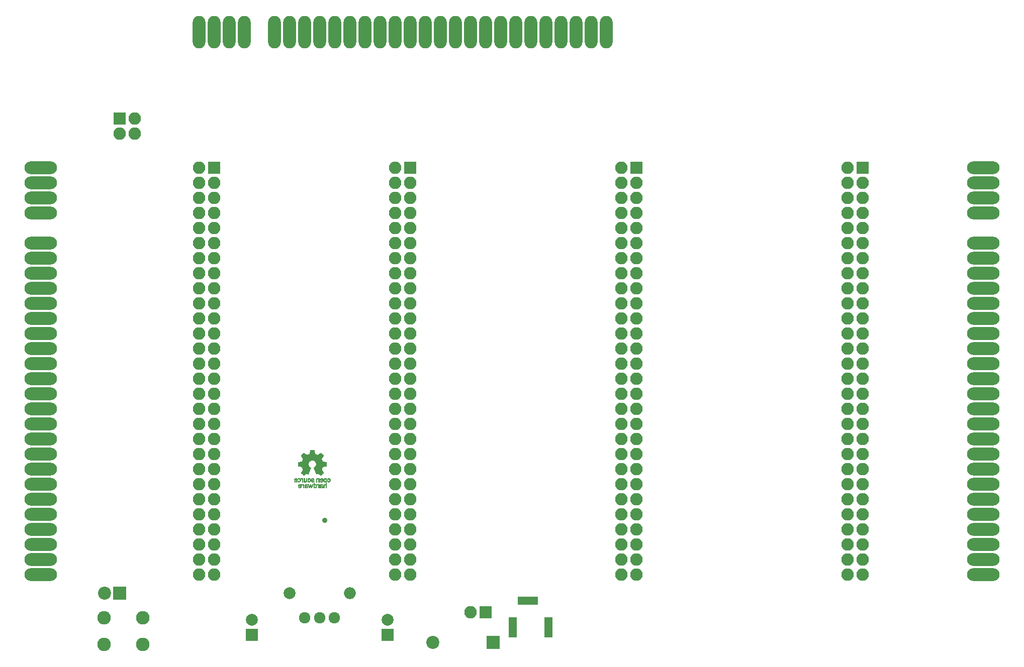
<source format=gbs>
G04 #@! TF.FileFunction,Soldermask,Bot*
%FSLAX46Y46*%
G04 Gerber Fmt 4.6, Leading zero omitted, Abs format (unit mm)*
G04 Created by KiCad (PCBNEW 4.0.5) date 11/08/17 14:32:28*
%MOMM*%
%LPD*%
G01*
G04 APERTURE LIST*
%ADD10C,0.100000*%
%ADD11C,0.010000*%
%ADD12O,2.178000X5.480000*%
%ADD13R,2.100000X2.100000*%
%ADD14O,2.100000X2.100000*%
%ADD15O,5.480000X2.178000*%
%ADD16C,2.279600*%
%ADD17R,2.000000X2.000000*%
%ADD18C,2.000000*%
%ADD19C,2.200000*%
%ADD20R,2.200000X2.200000*%
%ADD21R,1.400000X3.400000*%
%ADD22R,3.400000X1.400000*%
%ADD23O,2.000000X2.000000*%
%ADD24C,1.924000*%
%ADD25C,0.880000*%
G04 APERTURE END LIST*
D10*
D11*
G36*
X112027097Y-114310346D02*
X111959741Y-114317779D01*
X111905981Y-114332894D01*
X111863869Y-114356649D01*
X111831460Y-114390006D01*
X111816249Y-114414300D01*
X111810997Y-114424906D01*
X111806833Y-114436285D01*
X111803601Y-114450507D01*
X111801151Y-114469641D01*
X111799327Y-114495757D01*
X111797978Y-114530925D01*
X111796949Y-114577214D01*
X111796088Y-114636694D01*
X111795410Y-114695817D01*
X111792720Y-114943467D01*
X111920867Y-114943467D01*
X111920867Y-114889715D01*
X111939917Y-114907066D01*
X111961149Y-114923701D01*
X111978789Y-114934653D01*
X111999778Y-114940940D01*
X112031807Y-114945607D01*
X112069034Y-114948307D01*
X112105613Y-114948694D01*
X112135700Y-114946421D01*
X112145233Y-114944527D01*
X112177125Y-114933170D01*
X112210555Y-114916813D01*
X112238972Y-114898957D01*
X112252718Y-114887065D01*
X112270960Y-114860247D01*
X112287219Y-114825164D01*
X112298408Y-114789478D01*
X112301634Y-114765667D01*
X112299639Y-114751174D01*
X112183333Y-114751174D01*
X112178477Y-114783223D01*
X112163034Y-114806560D01*
X112135693Y-114821900D01*
X112095141Y-114829961D01*
X112040068Y-114831459D01*
X112036545Y-114831364D01*
X112000185Y-114829935D01*
X111976480Y-114827463D01*
X111961149Y-114822781D01*
X111949913Y-114814724D01*
X111941295Y-114805411D01*
X111929544Y-114788687D01*
X111923307Y-114769478D01*
X111921023Y-114741796D01*
X111920867Y-114727094D01*
X111920867Y-114672533D01*
X112007650Y-114672580D01*
X112069362Y-114674466D01*
X112116035Y-114680506D01*
X112149205Y-114691386D01*
X112170406Y-114707795D01*
X112181176Y-114730418D01*
X112183333Y-114751174D01*
X112299639Y-114751174D01*
X112293999Y-114710210D01*
X112271573Y-114661137D01*
X112235889Y-114620853D01*
X112191800Y-114593227D01*
X112171874Y-114585693D01*
X112148478Y-114580292D01*
X112118017Y-114576541D01*
X112076893Y-114573959D01*
X112037283Y-114572511D01*
X111920867Y-114569012D01*
X111920867Y-114524098D01*
X111922090Y-114489015D01*
X111927061Y-114466193D01*
X111937736Y-114451052D01*
X111956069Y-114439016D01*
X111957522Y-114438258D01*
X111986230Y-114428692D01*
X112022210Y-114424224D01*
X112061380Y-114424410D01*
X112099661Y-114428808D01*
X112132971Y-114436976D01*
X112157230Y-114448469D01*
X112167883Y-114461081D01*
X112175401Y-114460738D01*
X112192482Y-114451511D01*
X112215655Y-114435330D01*
X112219332Y-114432507D01*
X112267769Y-114394895D01*
X112234368Y-114364719D01*
X112193154Y-114336118D01*
X112143503Y-114318070D01*
X112083298Y-114310017D01*
X112027097Y-114310346D01*
X112027097Y-114310346D01*
G37*
X112027097Y-114310346D02*
X111959741Y-114317779D01*
X111905981Y-114332894D01*
X111863869Y-114356649D01*
X111831460Y-114390006D01*
X111816249Y-114414300D01*
X111810997Y-114424906D01*
X111806833Y-114436285D01*
X111803601Y-114450507D01*
X111801151Y-114469641D01*
X111799327Y-114495757D01*
X111797978Y-114530925D01*
X111796949Y-114577214D01*
X111796088Y-114636694D01*
X111795410Y-114695817D01*
X111792720Y-114943467D01*
X111920867Y-114943467D01*
X111920867Y-114889715D01*
X111939917Y-114907066D01*
X111961149Y-114923701D01*
X111978789Y-114934653D01*
X111999778Y-114940940D01*
X112031807Y-114945607D01*
X112069034Y-114948307D01*
X112105613Y-114948694D01*
X112135700Y-114946421D01*
X112145233Y-114944527D01*
X112177125Y-114933170D01*
X112210555Y-114916813D01*
X112238972Y-114898957D01*
X112252718Y-114887065D01*
X112270960Y-114860247D01*
X112287219Y-114825164D01*
X112298408Y-114789478D01*
X112301634Y-114765667D01*
X112299639Y-114751174D01*
X112183333Y-114751174D01*
X112178477Y-114783223D01*
X112163034Y-114806560D01*
X112135693Y-114821900D01*
X112095141Y-114829961D01*
X112040068Y-114831459D01*
X112036545Y-114831364D01*
X112000185Y-114829935D01*
X111976480Y-114827463D01*
X111961149Y-114822781D01*
X111949913Y-114814724D01*
X111941295Y-114805411D01*
X111929544Y-114788687D01*
X111923307Y-114769478D01*
X111921023Y-114741796D01*
X111920867Y-114727094D01*
X111920867Y-114672533D01*
X112007650Y-114672580D01*
X112069362Y-114674466D01*
X112116035Y-114680506D01*
X112149205Y-114691386D01*
X112170406Y-114707795D01*
X112181176Y-114730418D01*
X112183333Y-114751174D01*
X112299639Y-114751174D01*
X112293999Y-114710210D01*
X112271573Y-114661137D01*
X112235889Y-114620853D01*
X112191800Y-114593227D01*
X112171874Y-114585693D01*
X112148478Y-114580292D01*
X112118017Y-114576541D01*
X112076893Y-114573959D01*
X112037283Y-114572511D01*
X111920867Y-114569012D01*
X111920867Y-114524098D01*
X111922090Y-114489015D01*
X111927061Y-114466193D01*
X111937736Y-114451052D01*
X111956069Y-114439016D01*
X111957522Y-114438258D01*
X111986230Y-114428692D01*
X112022210Y-114424224D01*
X112061380Y-114424410D01*
X112099661Y-114428808D01*
X112132971Y-114436976D01*
X112157230Y-114448469D01*
X112167883Y-114461081D01*
X112175401Y-114460738D01*
X112192482Y-114451511D01*
X112215655Y-114435330D01*
X112219332Y-114432507D01*
X112267769Y-114394895D01*
X112234368Y-114364719D01*
X112193154Y-114336118D01*
X112143503Y-114318070D01*
X112083298Y-114310017D01*
X112027097Y-114310346D01*
G36*
X110718600Y-114943467D02*
X110845600Y-114943467D01*
X110845600Y-114912800D01*
X110846205Y-114892980D01*
X110850124Y-114887281D01*
X110860516Y-114892893D01*
X110864650Y-114895846D01*
X110913497Y-114924361D01*
X110965141Y-114942965D01*
X111015318Y-114950625D01*
X111059763Y-114946309D01*
X111065788Y-114944526D01*
X111122012Y-114918097D01*
X111166966Y-114879113D01*
X111198089Y-114833400D01*
X111204043Y-114819811D01*
X111208484Y-114802790D01*
X111211707Y-114779542D01*
X111214005Y-114747272D01*
X111215673Y-114703185D01*
X111216500Y-114667920D01*
X111098385Y-114667920D01*
X111092490Y-114721251D01*
X111079496Y-114762245D01*
X111059017Y-114792585D01*
X111052227Y-114799105D01*
X111031590Y-114814822D01*
X111011419Y-114822533D01*
X110983940Y-114824876D01*
X110976118Y-114824933D01*
X110944602Y-114822565D01*
X110916052Y-114816525D01*
X110904590Y-114812090D01*
X110883963Y-114798180D01*
X110868901Y-114779181D01*
X110858497Y-114752404D01*
X110851846Y-114715161D01*
X110848039Y-114664763D01*
X110847155Y-114641793D01*
X110846095Y-114596045D01*
X110846555Y-114563110D01*
X110848935Y-114538908D01*
X110853631Y-114519355D01*
X110860899Y-114500690D01*
X110882130Y-114464948D01*
X110909652Y-114443030D01*
X110946700Y-114432927D01*
X110972012Y-114431677D01*
X111013614Y-114435851D01*
X111045461Y-114449093D01*
X111068714Y-114472967D01*
X111084538Y-114509040D01*
X111094096Y-114558874D01*
X111097564Y-114600567D01*
X111098385Y-114667920D01*
X111216500Y-114667920D01*
X111216790Y-114655600D01*
X111217665Y-114587190D01*
X111216879Y-114533061D01*
X111213871Y-114490594D01*
X111208078Y-114457174D01*
X111198939Y-114430182D01*
X111185894Y-114407002D01*
X111168380Y-114385016D01*
X111155908Y-114371733D01*
X111109294Y-114334525D01*
X111058415Y-114313441D01*
X111004259Y-114308506D01*
X110947814Y-114319745D01*
X110890068Y-114347183D01*
X110864650Y-114364285D01*
X110845600Y-114378265D01*
X110845600Y-114054467D01*
X110718600Y-114054467D01*
X110718600Y-114943467D01*
X110718600Y-114943467D01*
G37*
X110718600Y-114943467D02*
X110845600Y-114943467D01*
X110845600Y-114912800D01*
X110846205Y-114892980D01*
X110850124Y-114887281D01*
X110860516Y-114892893D01*
X110864650Y-114895846D01*
X110913497Y-114924361D01*
X110965141Y-114942965D01*
X111015318Y-114950625D01*
X111059763Y-114946309D01*
X111065788Y-114944526D01*
X111122012Y-114918097D01*
X111166966Y-114879113D01*
X111198089Y-114833400D01*
X111204043Y-114819811D01*
X111208484Y-114802790D01*
X111211707Y-114779542D01*
X111214005Y-114747272D01*
X111215673Y-114703185D01*
X111216500Y-114667920D01*
X111098385Y-114667920D01*
X111092490Y-114721251D01*
X111079496Y-114762245D01*
X111059017Y-114792585D01*
X111052227Y-114799105D01*
X111031590Y-114814822D01*
X111011419Y-114822533D01*
X110983940Y-114824876D01*
X110976118Y-114824933D01*
X110944602Y-114822565D01*
X110916052Y-114816525D01*
X110904590Y-114812090D01*
X110883963Y-114798180D01*
X110868901Y-114779181D01*
X110858497Y-114752404D01*
X110851846Y-114715161D01*
X110848039Y-114664763D01*
X110847155Y-114641793D01*
X110846095Y-114596045D01*
X110846555Y-114563110D01*
X110848935Y-114538908D01*
X110853631Y-114519355D01*
X110860899Y-114500690D01*
X110882130Y-114464948D01*
X110909652Y-114443030D01*
X110946700Y-114432927D01*
X110972012Y-114431677D01*
X111013614Y-114435851D01*
X111045461Y-114449093D01*
X111068714Y-114472967D01*
X111084538Y-114509040D01*
X111094096Y-114558874D01*
X111097564Y-114600567D01*
X111098385Y-114667920D01*
X111216500Y-114667920D01*
X111216790Y-114655600D01*
X111217665Y-114587190D01*
X111216879Y-114533061D01*
X111213871Y-114490594D01*
X111208078Y-114457174D01*
X111198939Y-114430182D01*
X111185894Y-114407002D01*
X111168380Y-114385016D01*
X111155908Y-114371733D01*
X111109294Y-114334525D01*
X111058415Y-114313441D01*
X111004259Y-114308506D01*
X110947814Y-114319745D01*
X110890068Y-114347183D01*
X110864650Y-114364285D01*
X110845600Y-114378265D01*
X110845600Y-114054467D01*
X110718600Y-114054467D01*
X110718600Y-114943467D01*
G36*
X109429093Y-114313094D02*
X109374826Y-114324927D01*
X109328215Y-114342913D01*
X109293306Y-114366410D01*
X109290063Y-114369603D01*
X109275484Y-114385319D01*
X109263846Y-114400453D01*
X109254818Y-114417073D01*
X109248070Y-114437245D01*
X109243270Y-114463035D01*
X109240090Y-114496511D01*
X109238197Y-114539738D01*
X109237262Y-114594784D01*
X109236955Y-114663715D01*
X109236933Y-114701895D01*
X109236933Y-114943467D01*
X109355467Y-114943467D01*
X109355467Y-114918067D01*
X109357721Y-114898655D01*
X109365436Y-114894170D01*
X109380039Y-114904393D01*
X109388554Y-114913003D01*
X109417592Y-114932951D01*
X109457974Y-114945737D01*
X109505503Y-114950924D01*
X109555983Y-114948074D01*
X109605215Y-114936749D01*
X109607807Y-114935870D01*
X109659790Y-114909795D01*
X109700268Y-114871330D01*
X109721186Y-114838367D01*
X109731091Y-114814148D01*
X109735419Y-114787664D01*
X109735256Y-114760405D01*
X109623589Y-114760405D01*
X109613380Y-114789952D01*
X109591436Y-114813744D01*
X109581213Y-114819806D01*
X109554342Y-114827836D01*
X109517434Y-114832331D01*
X109476512Y-114833263D01*
X109437601Y-114830603D01*
X109406724Y-114824321D01*
X109397774Y-114820686D01*
X109375420Y-114799708D01*
X109361258Y-114764583D01*
X109355608Y-114716155D01*
X109355514Y-114708517D01*
X109355467Y-114672533D01*
X109442250Y-114672580D01*
X109504445Y-114674449D01*
X109551513Y-114680156D01*
X109584883Y-114689969D01*
X109604935Y-114703078D01*
X109621096Y-114729861D01*
X109623589Y-114760405D01*
X109735256Y-114760405D01*
X109735206Y-114752100D01*
X109734971Y-114747716D01*
X109725409Y-114692785D01*
X109703019Y-114648482D01*
X109666964Y-114613475D01*
X109640185Y-114597277D01*
X109622176Y-114588778D01*
X109604235Y-114582717D01*
X109582786Y-114578551D01*
X109554250Y-114575739D01*
X109515052Y-114573737D01*
X109476340Y-114572437D01*
X109353590Y-114568744D01*
X109357209Y-114518710D01*
X109362098Y-114483175D01*
X109371485Y-114459767D01*
X109378777Y-114450727D01*
X109403198Y-114436195D01*
X109438569Y-114427113D01*
X109479821Y-114423485D01*
X109521883Y-114425312D01*
X109559687Y-114432597D01*
X109588162Y-114445345D01*
X109594495Y-114450598D01*
X109611924Y-114468027D01*
X109657262Y-114433796D01*
X109680195Y-114415536D01*
X109696500Y-114400751D01*
X109702600Y-114392732D01*
X109695603Y-114380800D01*
X109677463Y-114364784D01*
X109652456Y-114347603D01*
X109624857Y-114332174D01*
X109598942Y-114321413D01*
X109597347Y-114320923D01*
X109544401Y-114310451D01*
X109486967Y-114308055D01*
X109429093Y-114313094D01*
X109429093Y-114313094D01*
G37*
X109429093Y-114313094D02*
X109374826Y-114324927D01*
X109328215Y-114342913D01*
X109293306Y-114366410D01*
X109290063Y-114369603D01*
X109275484Y-114385319D01*
X109263846Y-114400453D01*
X109254818Y-114417073D01*
X109248070Y-114437245D01*
X109243270Y-114463035D01*
X109240090Y-114496511D01*
X109238197Y-114539738D01*
X109237262Y-114594784D01*
X109236955Y-114663715D01*
X109236933Y-114701895D01*
X109236933Y-114943467D01*
X109355467Y-114943467D01*
X109355467Y-114918067D01*
X109357721Y-114898655D01*
X109365436Y-114894170D01*
X109380039Y-114904393D01*
X109388554Y-114913003D01*
X109417592Y-114932951D01*
X109457974Y-114945737D01*
X109505503Y-114950924D01*
X109555983Y-114948074D01*
X109605215Y-114936749D01*
X109607807Y-114935870D01*
X109659790Y-114909795D01*
X109700268Y-114871330D01*
X109721186Y-114838367D01*
X109731091Y-114814148D01*
X109735419Y-114787664D01*
X109735256Y-114760405D01*
X109623589Y-114760405D01*
X109613380Y-114789952D01*
X109591436Y-114813744D01*
X109581213Y-114819806D01*
X109554342Y-114827836D01*
X109517434Y-114832331D01*
X109476512Y-114833263D01*
X109437601Y-114830603D01*
X109406724Y-114824321D01*
X109397774Y-114820686D01*
X109375420Y-114799708D01*
X109361258Y-114764583D01*
X109355608Y-114716155D01*
X109355514Y-114708517D01*
X109355467Y-114672533D01*
X109442250Y-114672580D01*
X109504445Y-114674449D01*
X109551513Y-114680156D01*
X109584883Y-114689969D01*
X109604935Y-114703078D01*
X109621096Y-114729861D01*
X109623589Y-114760405D01*
X109735256Y-114760405D01*
X109735206Y-114752100D01*
X109734971Y-114747716D01*
X109725409Y-114692785D01*
X109703019Y-114648482D01*
X109666964Y-114613475D01*
X109640185Y-114597277D01*
X109622176Y-114588778D01*
X109604235Y-114582717D01*
X109582786Y-114578551D01*
X109554250Y-114575739D01*
X109515052Y-114573737D01*
X109476340Y-114572437D01*
X109353590Y-114568744D01*
X109357209Y-114518710D01*
X109362098Y-114483175D01*
X109371485Y-114459767D01*
X109378777Y-114450727D01*
X109403198Y-114436195D01*
X109438569Y-114427113D01*
X109479821Y-114423485D01*
X109521883Y-114425312D01*
X109559687Y-114432597D01*
X109588162Y-114445345D01*
X109594495Y-114450598D01*
X109611924Y-114468027D01*
X109657262Y-114433796D01*
X109680195Y-114415536D01*
X109696500Y-114400751D01*
X109702600Y-114392732D01*
X109695603Y-114380800D01*
X109677463Y-114364784D01*
X109652456Y-114347603D01*
X109624857Y-114332174D01*
X109598942Y-114321413D01*
X109597347Y-114320923D01*
X109544401Y-114310451D01*
X109486967Y-114308055D01*
X109429093Y-114313094D01*
G36*
X108386033Y-114310526D02*
X108319515Y-114322278D01*
X108261813Y-114348390D01*
X108213487Y-114388502D01*
X108175095Y-114442255D01*
X108171928Y-114448167D01*
X108161500Y-114470486D01*
X108154555Y-114492824D01*
X108150174Y-114519979D01*
X108147437Y-114556749D01*
X108146348Y-114581517D01*
X108142860Y-114672533D01*
X108534200Y-114672533D01*
X108534200Y-114705148D01*
X108526348Y-114746970D01*
X108504322Y-114782719D01*
X108470423Y-114810253D01*
X108426947Y-114827426D01*
X108398418Y-114831783D01*
X108368621Y-114832831D01*
X108344883Y-114829791D01*
X108320022Y-114821031D01*
X108292204Y-114807646D01*
X108237333Y-114779795D01*
X108205850Y-114808691D01*
X108186037Y-114826685D01*
X108170865Y-114840125D01*
X108166379Y-114843904D01*
X108165339Y-114853780D01*
X108176506Y-114868967D01*
X108197051Y-114886993D01*
X108224140Y-114905387D01*
X108254944Y-114921679D01*
X108256113Y-114922208D01*
X108309733Y-114939741D01*
X108369235Y-114948522D01*
X108427703Y-114947952D01*
X108468133Y-114940629D01*
X108527712Y-114915382D01*
X108577683Y-114876522D01*
X108617060Y-114825010D01*
X108641673Y-114771405D01*
X108651253Y-114730538D01*
X108656541Y-114678980D01*
X108657624Y-114622199D01*
X108654874Y-114570933D01*
X108536430Y-114570933D01*
X108263690Y-114570933D01*
X108268825Y-114543417D01*
X108284780Y-114494135D01*
X108311565Y-114457625D01*
X108348641Y-114434359D01*
X108395467Y-114424807D01*
X108404798Y-114424581D01*
X108451345Y-114432027D01*
X108489093Y-114453322D01*
X108516253Y-114486896D01*
X108531034Y-114531182D01*
X108531702Y-114535683D01*
X108536430Y-114570933D01*
X108654874Y-114570933D01*
X108654591Y-114565659D01*
X108647530Y-114514830D01*
X108636894Y-114476093D01*
X108605251Y-114415583D01*
X108563441Y-114367977D01*
X108512643Y-114334053D01*
X108454036Y-114314590D01*
X108388800Y-114310365D01*
X108386033Y-114310526D01*
X108386033Y-114310526D01*
G37*
X108386033Y-114310526D02*
X108319515Y-114322278D01*
X108261813Y-114348390D01*
X108213487Y-114388502D01*
X108175095Y-114442255D01*
X108171928Y-114448167D01*
X108161500Y-114470486D01*
X108154555Y-114492824D01*
X108150174Y-114519979D01*
X108147437Y-114556749D01*
X108146348Y-114581517D01*
X108142860Y-114672533D01*
X108534200Y-114672533D01*
X108534200Y-114705148D01*
X108526348Y-114746970D01*
X108504322Y-114782719D01*
X108470423Y-114810253D01*
X108426947Y-114827426D01*
X108398418Y-114831783D01*
X108368621Y-114832831D01*
X108344883Y-114829791D01*
X108320022Y-114821031D01*
X108292204Y-114807646D01*
X108237333Y-114779795D01*
X108205850Y-114808691D01*
X108186037Y-114826685D01*
X108170865Y-114840125D01*
X108166379Y-114843904D01*
X108165339Y-114853780D01*
X108176506Y-114868967D01*
X108197051Y-114886993D01*
X108224140Y-114905387D01*
X108254944Y-114921679D01*
X108256113Y-114922208D01*
X108309733Y-114939741D01*
X108369235Y-114948522D01*
X108427703Y-114947952D01*
X108468133Y-114940629D01*
X108527712Y-114915382D01*
X108577683Y-114876522D01*
X108617060Y-114825010D01*
X108641673Y-114771405D01*
X108651253Y-114730538D01*
X108656541Y-114678980D01*
X108657624Y-114622199D01*
X108654874Y-114570933D01*
X108536430Y-114570933D01*
X108263690Y-114570933D01*
X108268825Y-114543417D01*
X108284780Y-114494135D01*
X108311565Y-114457625D01*
X108348641Y-114434359D01*
X108395467Y-114424807D01*
X108404798Y-114424581D01*
X108451345Y-114432027D01*
X108489093Y-114453322D01*
X108516253Y-114486896D01*
X108531034Y-114531182D01*
X108531702Y-114535683D01*
X108536430Y-114570933D01*
X108654874Y-114570933D01*
X108654591Y-114565659D01*
X108647530Y-114514830D01*
X108636894Y-114476093D01*
X108605251Y-114415583D01*
X108563441Y-114367977D01*
X108512643Y-114334053D01*
X108454036Y-114314590D01*
X108388800Y-114310365D01*
X108386033Y-114310526D01*
G36*
X112552050Y-113314263D02*
X112509919Y-113330378D01*
X112468793Y-113360032D01*
X112464163Y-113364149D01*
X112443589Y-113384505D01*
X112427808Y-113405410D01*
X112416206Y-113429429D01*
X112408169Y-113459129D01*
X112403082Y-113497075D01*
X112400331Y-113545833D01*
X112399301Y-113607970D01*
X112399233Y-113635367D01*
X112399366Y-113692137D01*
X112399936Y-113734739D01*
X112401200Y-113765937D01*
X112403419Y-113788493D01*
X112406848Y-113805174D01*
X112411748Y-113818741D01*
X112417432Y-113830211D01*
X112452501Y-113880135D01*
X112495844Y-113916994D01*
X112545078Y-113940218D01*
X112597819Y-113949237D01*
X112651683Y-113943482D01*
X112704288Y-113922383D01*
X112730504Y-113905044D01*
X112751663Y-113889421D01*
X112766948Y-113879114D01*
X112771840Y-113876667D01*
X112772891Y-113884785D01*
X112773844Y-113907750D01*
X112774665Y-113943475D01*
X112775319Y-113989871D01*
X112775771Y-114044853D01*
X112775987Y-114106334D01*
X112776000Y-114126433D01*
X112775759Y-114189666D01*
X112775075Y-114246973D01*
X112774011Y-114296278D01*
X112772629Y-114335506D01*
X112770990Y-114362582D01*
X112769156Y-114375430D01*
X112768570Y-114376200D01*
X112757738Y-114370375D01*
X112749520Y-114362152D01*
X112735442Y-114350701D01*
X112712033Y-114336659D01*
X112695567Y-114328369D01*
X112640654Y-114311419D01*
X112585274Y-114309910D01*
X112532195Y-114322657D01*
X112484182Y-114348479D01*
X112444001Y-114386193D01*
X112414420Y-114434617D01*
X112407936Y-114451317D01*
X112403830Y-114466672D01*
X112400645Y-114487109D01*
X112398280Y-114514693D01*
X112396635Y-114551486D01*
X112395609Y-114599551D01*
X112395101Y-114660951D01*
X112395000Y-114716375D01*
X112395000Y-114943467D01*
X112522000Y-114943467D01*
X112522032Y-114729683D01*
X112522128Y-114663383D01*
X112522497Y-114611813D01*
X112523289Y-114572768D01*
X112524656Y-114544045D01*
X112526749Y-114523440D01*
X112529719Y-114508750D01*
X112533717Y-114497771D01*
X112538561Y-114488843D01*
X112565120Y-114456607D01*
X112598500Y-114438180D01*
X112641890Y-114431870D01*
X112645834Y-114431838D01*
X112686345Y-114436639D01*
X112719150Y-114452713D01*
X112748968Y-114482570D01*
X112754310Y-114489506D01*
X112759688Y-114497613D01*
X112763879Y-114507230D01*
X112767065Y-114520515D01*
X112769427Y-114539627D01*
X112771148Y-114566724D01*
X112772410Y-114603964D01*
X112773393Y-114653506D01*
X112774280Y-114717508D01*
X112774412Y-114728166D01*
X112777057Y-114943467D01*
X112894533Y-114943467D01*
X112894533Y-113631133D01*
X112770981Y-113631133D01*
X112769273Y-113688671D01*
X112764124Y-113732199D01*
X112754678Y-113764440D01*
X112740077Y-113788119D01*
X112719464Y-113805961D01*
X112715126Y-113808716D01*
X112677515Y-113822987D01*
X112634803Y-113825885D01*
X112593795Y-113817512D01*
X112571936Y-113806523D01*
X112553067Y-113790614D01*
X112539502Y-113770300D01*
X112530455Y-113742769D01*
X112525142Y-113705209D01*
X112522779Y-113654807D01*
X112522478Y-113629188D01*
X112524000Y-113566216D01*
X112529956Y-113517897D01*
X112541409Y-113482290D01*
X112559421Y-113457455D01*
X112585055Y-113441450D01*
X112619374Y-113432334D01*
X112631127Y-113430700D01*
X112677716Y-113431745D01*
X112715174Y-113447039D01*
X112743602Y-113476636D01*
X112753669Y-113495057D01*
X112761752Y-113515544D01*
X112766959Y-113537477D01*
X112769838Y-113565179D01*
X112770939Y-113602969D01*
X112770981Y-113631133D01*
X112894533Y-113631133D01*
X112894533Y-113317867D01*
X112776000Y-113317867D01*
X112776000Y-113347500D01*
X112774811Y-113367097D01*
X112771886Y-113376881D01*
X112771270Y-113377133D01*
X112762360Y-113372373D01*
X112745179Y-113360307D01*
X112735287Y-113352780D01*
X112692992Y-113326589D01*
X112646973Y-113312785D01*
X112600898Y-113309400D01*
X112552050Y-113314263D01*
X112552050Y-113314263D01*
G37*
X112552050Y-113314263D02*
X112509919Y-113330378D01*
X112468793Y-113360032D01*
X112464163Y-113364149D01*
X112443589Y-113384505D01*
X112427808Y-113405410D01*
X112416206Y-113429429D01*
X112408169Y-113459129D01*
X112403082Y-113497075D01*
X112400331Y-113545833D01*
X112399301Y-113607970D01*
X112399233Y-113635367D01*
X112399366Y-113692137D01*
X112399936Y-113734739D01*
X112401200Y-113765937D01*
X112403419Y-113788493D01*
X112406848Y-113805174D01*
X112411748Y-113818741D01*
X112417432Y-113830211D01*
X112452501Y-113880135D01*
X112495844Y-113916994D01*
X112545078Y-113940218D01*
X112597819Y-113949237D01*
X112651683Y-113943482D01*
X112704288Y-113922383D01*
X112730504Y-113905044D01*
X112751663Y-113889421D01*
X112766948Y-113879114D01*
X112771840Y-113876667D01*
X112772891Y-113884785D01*
X112773844Y-113907750D01*
X112774665Y-113943475D01*
X112775319Y-113989871D01*
X112775771Y-114044853D01*
X112775987Y-114106334D01*
X112776000Y-114126433D01*
X112775759Y-114189666D01*
X112775075Y-114246973D01*
X112774011Y-114296278D01*
X112772629Y-114335506D01*
X112770990Y-114362582D01*
X112769156Y-114375430D01*
X112768570Y-114376200D01*
X112757738Y-114370375D01*
X112749520Y-114362152D01*
X112735442Y-114350701D01*
X112712033Y-114336659D01*
X112695567Y-114328369D01*
X112640654Y-114311419D01*
X112585274Y-114309910D01*
X112532195Y-114322657D01*
X112484182Y-114348479D01*
X112444001Y-114386193D01*
X112414420Y-114434617D01*
X112407936Y-114451317D01*
X112403830Y-114466672D01*
X112400645Y-114487109D01*
X112398280Y-114514693D01*
X112396635Y-114551486D01*
X112395609Y-114599551D01*
X112395101Y-114660951D01*
X112395000Y-114716375D01*
X112395000Y-114943467D01*
X112522000Y-114943467D01*
X112522032Y-114729683D01*
X112522128Y-114663383D01*
X112522497Y-114611813D01*
X112523289Y-114572768D01*
X112524656Y-114544045D01*
X112526749Y-114523440D01*
X112529719Y-114508750D01*
X112533717Y-114497771D01*
X112538561Y-114488843D01*
X112565120Y-114456607D01*
X112598500Y-114438180D01*
X112641890Y-114431870D01*
X112645834Y-114431838D01*
X112686345Y-114436639D01*
X112719150Y-114452713D01*
X112748968Y-114482570D01*
X112754310Y-114489506D01*
X112759688Y-114497613D01*
X112763879Y-114507230D01*
X112767065Y-114520515D01*
X112769427Y-114539627D01*
X112771148Y-114566724D01*
X112772410Y-114603964D01*
X112773393Y-114653506D01*
X112774280Y-114717508D01*
X112774412Y-114728166D01*
X112777057Y-114943467D01*
X112894533Y-114943467D01*
X112894533Y-113631133D01*
X112770981Y-113631133D01*
X112769273Y-113688671D01*
X112764124Y-113732199D01*
X112754678Y-113764440D01*
X112740077Y-113788119D01*
X112719464Y-113805961D01*
X112715126Y-113808716D01*
X112677515Y-113822987D01*
X112634803Y-113825885D01*
X112593795Y-113817512D01*
X112571936Y-113806523D01*
X112553067Y-113790614D01*
X112539502Y-113770300D01*
X112530455Y-113742769D01*
X112525142Y-113705209D01*
X112522779Y-113654807D01*
X112522478Y-113629188D01*
X112524000Y-113566216D01*
X112529956Y-113517897D01*
X112541409Y-113482290D01*
X112559421Y-113457455D01*
X112585055Y-113441450D01*
X112619374Y-113432334D01*
X112631127Y-113430700D01*
X112677716Y-113431745D01*
X112715174Y-113447039D01*
X112743602Y-113476636D01*
X112753669Y-113495057D01*
X112761752Y-113515544D01*
X112766959Y-113537477D01*
X112769838Y-113565179D01*
X112770939Y-113602969D01*
X112770981Y-113631133D01*
X112894533Y-113631133D01*
X112894533Y-113317867D01*
X112776000Y-113317867D01*
X112776000Y-113347500D01*
X112774811Y-113367097D01*
X112771886Y-113376881D01*
X112771270Y-113377133D01*
X112762360Y-113372373D01*
X112745179Y-113360307D01*
X112735287Y-113352780D01*
X112692992Y-113326589D01*
X112646973Y-113312785D01*
X112600898Y-113309400D01*
X112552050Y-113314263D01*
G36*
X111308389Y-114315628D02*
X111277501Y-114327517D01*
X111255393Y-114340160D01*
X111240843Y-114351066D01*
X111237894Y-114355033D01*
X111242031Y-114365081D01*
X111255033Y-114383660D01*
X111274190Y-114406941D01*
X111276358Y-114409401D01*
X111317074Y-114455303D01*
X111353990Y-114440532D01*
X111398641Y-114430730D01*
X111441833Y-114435963D01*
X111480034Y-114455130D01*
X111509712Y-114487130D01*
X111511203Y-114489531D01*
X111516189Y-114499192D01*
X111520089Y-114511180D01*
X111523074Y-114527681D01*
X111525315Y-114550882D01*
X111526981Y-114582968D01*
X111528243Y-114626126D01*
X111529271Y-114682541D01*
X111529925Y-114729683D01*
X111532684Y-114943467D01*
X111649934Y-114943467D01*
X111649934Y-114316933D01*
X111531400Y-114316933D01*
X111531400Y-114387835D01*
X111508117Y-114365583D01*
X111464611Y-114334536D01*
X111413916Y-114315381D01*
X111360389Y-114308839D01*
X111308389Y-114315628D01*
X111308389Y-114315628D01*
G37*
X111308389Y-114315628D02*
X111277501Y-114327517D01*
X111255393Y-114340160D01*
X111240843Y-114351066D01*
X111237894Y-114355033D01*
X111242031Y-114365081D01*
X111255033Y-114383660D01*
X111274190Y-114406941D01*
X111276358Y-114409401D01*
X111317074Y-114455303D01*
X111353990Y-114440532D01*
X111398641Y-114430730D01*
X111441833Y-114435963D01*
X111480034Y-114455130D01*
X111509712Y-114487130D01*
X111511203Y-114489531D01*
X111516189Y-114499192D01*
X111520089Y-114511180D01*
X111523074Y-114527681D01*
X111525315Y-114550882D01*
X111526981Y-114582968D01*
X111528243Y-114626126D01*
X111529271Y-114682541D01*
X111529925Y-114729683D01*
X111532684Y-114943467D01*
X111649934Y-114943467D01*
X111649934Y-114316933D01*
X111531400Y-114316933D01*
X111531400Y-114387835D01*
X111508117Y-114365583D01*
X111464611Y-114334536D01*
X111413916Y-114315381D01*
X111360389Y-114308839D01*
X111308389Y-114315628D01*
G36*
X110139630Y-114365244D02*
X110121313Y-114424114D01*
X110102205Y-114483918D01*
X110083030Y-114542541D01*
X110064517Y-114597867D01*
X110047392Y-114647782D01*
X110032381Y-114690170D01*
X110020210Y-114722915D01*
X110011606Y-114743903D01*
X110007296Y-114751018D01*
X110007161Y-114750927D01*
X110003564Y-114741325D01*
X109996254Y-114717589D01*
X109985868Y-114681948D01*
X109973048Y-114636633D01*
X109958434Y-114583872D01*
X109943965Y-114530717D01*
X109886242Y-114316933D01*
X109824055Y-114316933D01*
X109791854Y-114318030D01*
X109770051Y-114321022D01*
X109761869Y-114325462D01*
X109761867Y-114325550D01*
X109764366Y-114335523D01*
X109771428Y-114359537D01*
X109782401Y-114395523D01*
X109796631Y-114441412D01*
X109813465Y-114495134D01*
X109832251Y-114554621D01*
X109852336Y-114617802D01*
X109873067Y-114682610D01*
X109893791Y-114746975D01*
X109913855Y-114808828D01*
X109928119Y-114852450D01*
X109958000Y-114943467D01*
X110065393Y-114943467D01*
X110077282Y-114903250D01*
X110108727Y-114797294D01*
X110135609Y-114707599D01*
X110157928Y-114634171D01*
X110175680Y-114577018D01*
X110188864Y-114536146D01*
X110197476Y-114511564D01*
X110201516Y-114503278D01*
X110201533Y-114503278D01*
X110205107Y-114511080D01*
X110212732Y-114533041D01*
X110223741Y-114567057D01*
X110237467Y-114611024D01*
X110253242Y-114662840D01*
X110270400Y-114720398D01*
X110270665Y-114721294D01*
X110334962Y-114939233D01*
X110389743Y-114941701D01*
X110444523Y-114944169D01*
X110540372Y-114645368D01*
X110562283Y-114577008D01*
X110582651Y-114513355D01*
X110600874Y-114456299D01*
X110616349Y-114407732D01*
X110628474Y-114369545D01*
X110636646Y-114343631D01*
X110640262Y-114331881D01*
X110640298Y-114331750D01*
X110640605Y-114324192D01*
X110634241Y-114319733D01*
X110618018Y-114317581D01*
X110588745Y-114316947D01*
X110580458Y-114316933D01*
X110546911Y-114317545D01*
X110526666Y-114319900D01*
X110516123Y-114324778D01*
X110512016Y-114331750D01*
X110508605Y-114343781D01*
X110501417Y-114369735D01*
X110491118Y-114407193D01*
X110478370Y-114453736D01*
X110463838Y-114506945D01*
X110452429Y-114548811D01*
X110437117Y-114604642D01*
X110423124Y-114654886D01*
X110411097Y-114697285D01*
X110401681Y-114729579D01*
X110395524Y-114749511D01*
X110393414Y-114755009D01*
X110389881Y-114748356D01*
X110381905Y-114727594D01*
X110370191Y-114694748D01*
X110355445Y-114651840D01*
X110338374Y-114600893D01*
X110319681Y-114543931D01*
X110318426Y-114540064D01*
X110247391Y-114321167D01*
X110154661Y-114316187D01*
X110139630Y-114365244D01*
X110139630Y-114365244D01*
G37*
X110139630Y-114365244D02*
X110121313Y-114424114D01*
X110102205Y-114483918D01*
X110083030Y-114542541D01*
X110064517Y-114597867D01*
X110047392Y-114647782D01*
X110032381Y-114690170D01*
X110020210Y-114722915D01*
X110011606Y-114743903D01*
X110007296Y-114751018D01*
X110007161Y-114750927D01*
X110003564Y-114741325D01*
X109996254Y-114717589D01*
X109985868Y-114681948D01*
X109973048Y-114636633D01*
X109958434Y-114583872D01*
X109943965Y-114530717D01*
X109886242Y-114316933D01*
X109824055Y-114316933D01*
X109791854Y-114318030D01*
X109770051Y-114321022D01*
X109761869Y-114325462D01*
X109761867Y-114325550D01*
X109764366Y-114335523D01*
X109771428Y-114359537D01*
X109782401Y-114395523D01*
X109796631Y-114441412D01*
X109813465Y-114495134D01*
X109832251Y-114554621D01*
X109852336Y-114617802D01*
X109873067Y-114682610D01*
X109893791Y-114746975D01*
X109913855Y-114808828D01*
X109928119Y-114852450D01*
X109958000Y-114943467D01*
X110065393Y-114943467D01*
X110077282Y-114903250D01*
X110108727Y-114797294D01*
X110135609Y-114707599D01*
X110157928Y-114634171D01*
X110175680Y-114577018D01*
X110188864Y-114536146D01*
X110197476Y-114511564D01*
X110201516Y-114503278D01*
X110201533Y-114503278D01*
X110205107Y-114511080D01*
X110212732Y-114533041D01*
X110223741Y-114567057D01*
X110237467Y-114611024D01*
X110253242Y-114662840D01*
X110270400Y-114720398D01*
X110270665Y-114721294D01*
X110334962Y-114939233D01*
X110389743Y-114941701D01*
X110444523Y-114944169D01*
X110540372Y-114645368D01*
X110562283Y-114577008D01*
X110582651Y-114513355D01*
X110600874Y-114456299D01*
X110616349Y-114407732D01*
X110628474Y-114369545D01*
X110636646Y-114343631D01*
X110640262Y-114331881D01*
X110640298Y-114331750D01*
X110640605Y-114324192D01*
X110634241Y-114319733D01*
X110618018Y-114317581D01*
X110588745Y-114316947D01*
X110580458Y-114316933D01*
X110546911Y-114317545D01*
X110526666Y-114319900D01*
X110516123Y-114324778D01*
X110512016Y-114331750D01*
X110508605Y-114343781D01*
X110501417Y-114369735D01*
X110491118Y-114407193D01*
X110478370Y-114453736D01*
X110463838Y-114506945D01*
X110452429Y-114548811D01*
X110437117Y-114604642D01*
X110423124Y-114654886D01*
X110411097Y-114697285D01*
X110401681Y-114729579D01*
X110395524Y-114749511D01*
X110393414Y-114755009D01*
X110389881Y-114748356D01*
X110381905Y-114727594D01*
X110370191Y-114694748D01*
X110355445Y-114651840D01*
X110338374Y-114600893D01*
X110319681Y-114543931D01*
X110318426Y-114540064D01*
X110247391Y-114321167D01*
X110154661Y-114316187D01*
X110139630Y-114365244D01*
G36*
X108759375Y-114312904D02*
X108718730Y-114324747D01*
X108688526Y-114341069D01*
X108670264Y-114355033D01*
X108714024Y-114407015D01*
X108735917Y-114432629D01*
X108750251Y-114447183D01*
X108760302Y-114452630D01*
X108769346Y-114450920D01*
X108778508Y-114445417D01*
X108806827Y-114434787D01*
X108842929Y-114431567D01*
X108879468Y-114435557D01*
X108909100Y-114446558D01*
X108912868Y-114449071D01*
X108928290Y-114461315D01*
X108940409Y-114474225D01*
X108949621Y-114489923D01*
X108956319Y-114510531D01*
X108960901Y-114538170D01*
X108963763Y-114574962D01*
X108965298Y-114623029D01*
X108965904Y-114684492D01*
X108965987Y-114733917D01*
X108966000Y-114943467D01*
X109093000Y-114943467D01*
X109093000Y-114316933D01*
X108966000Y-114316933D01*
X108966000Y-114386637D01*
X108932733Y-114356582D01*
X108887371Y-114326206D01*
X108834649Y-114310774D01*
X108801882Y-114308514D01*
X108759375Y-114312904D01*
X108759375Y-114312904D01*
G37*
X108759375Y-114312904D02*
X108718730Y-114324747D01*
X108688526Y-114341069D01*
X108670264Y-114355033D01*
X108714024Y-114407015D01*
X108735917Y-114432629D01*
X108750251Y-114447183D01*
X108760302Y-114452630D01*
X108769346Y-114450920D01*
X108778508Y-114445417D01*
X108806827Y-114434787D01*
X108842929Y-114431567D01*
X108879468Y-114435557D01*
X108909100Y-114446558D01*
X108912868Y-114449071D01*
X108928290Y-114461315D01*
X108940409Y-114474225D01*
X108949621Y-114489923D01*
X108956319Y-114510531D01*
X108960901Y-114538170D01*
X108963763Y-114574962D01*
X108965298Y-114623029D01*
X108965904Y-114684492D01*
X108965987Y-114733917D01*
X108966000Y-114943467D01*
X109093000Y-114943467D01*
X109093000Y-114316933D01*
X108966000Y-114316933D01*
X108966000Y-114386637D01*
X108932733Y-114356582D01*
X108887371Y-114326206D01*
X108834649Y-114310774D01*
X108801882Y-114308514D01*
X108759375Y-114312904D01*
G36*
X113198058Y-113317156D02*
X113140258Y-113339518D01*
X113091112Y-113375130D01*
X113052454Y-113422635D01*
X113026118Y-113480675D01*
X113024664Y-113485509D01*
X113018813Y-113510791D01*
X113015249Y-113540468D01*
X113013749Y-113578213D01*
X113014093Y-113627699D01*
X113014687Y-113651260D01*
X113017117Y-113708264D01*
X113021423Y-113752086D01*
X113028732Y-113786457D01*
X113040177Y-113815112D01*
X113056885Y-113841785D01*
X113079986Y-113870208D01*
X113081431Y-113871858D01*
X113120458Y-113904831D01*
X113170196Y-113929816D01*
X113225743Y-113945380D01*
X113282196Y-113950088D01*
X113328582Y-113944150D01*
X113385005Y-113922382D01*
X113436179Y-113888213D01*
X113477905Y-113844913D01*
X113499004Y-113811400D01*
X113512055Y-113774035D01*
X113521080Y-113724656D01*
X113525976Y-113667717D01*
X113526419Y-113627779D01*
X113402534Y-113627779D01*
X113402042Y-113671484D01*
X113400135Y-113702731D01*
X113396162Y-113725977D01*
X113389473Y-113745680D01*
X113383483Y-113758456D01*
X113357195Y-113793287D01*
X113321389Y-113816113D01*
X113279338Y-113826025D01*
X113234316Y-113822114D01*
X113200161Y-113809355D01*
X113175740Y-113793712D01*
X113158094Y-113773668D01*
X113146263Y-113746502D01*
X113139290Y-113709492D01*
X113136213Y-113659916D01*
X113135833Y-113626900D01*
X113136236Y-113581512D01*
X113137765Y-113549314D01*
X113140906Y-113526576D01*
X113146143Y-113509566D01*
X113152767Y-113496552D01*
X113183204Y-113459873D01*
X113221574Y-113437146D01*
X113265127Y-113429182D01*
X113311113Y-113436796D01*
X113329421Y-113444312D01*
X113357598Y-113461512D01*
X113377892Y-113483482D01*
X113391387Y-113512943D01*
X113399169Y-113552620D01*
X113402322Y-113605234D01*
X113402534Y-113627779D01*
X113526419Y-113627779D01*
X113526642Y-113607676D01*
X113522973Y-113548990D01*
X113514867Y-113496115D01*
X113506951Y-113466304D01*
X113486181Y-113424899D01*
X113453669Y-113384582D01*
X113414193Y-113350156D01*
X113372533Y-113326426D01*
X113364970Y-113323592D01*
X113331632Y-113315611D01*
X113290638Y-113310538D01*
X113262678Y-113309400D01*
X113198058Y-113317156D01*
X113198058Y-113317156D01*
G37*
X113198058Y-113317156D02*
X113140258Y-113339518D01*
X113091112Y-113375130D01*
X113052454Y-113422635D01*
X113026118Y-113480675D01*
X113024664Y-113485509D01*
X113018813Y-113510791D01*
X113015249Y-113540468D01*
X113013749Y-113578213D01*
X113014093Y-113627699D01*
X113014687Y-113651260D01*
X113017117Y-113708264D01*
X113021423Y-113752086D01*
X113028732Y-113786457D01*
X113040177Y-113815112D01*
X113056885Y-113841785D01*
X113079986Y-113870208D01*
X113081431Y-113871858D01*
X113120458Y-113904831D01*
X113170196Y-113929816D01*
X113225743Y-113945380D01*
X113282196Y-113950088D01*
X113328582Y-113944150D01*
X113385005Y-113922382D01*
X113436179Y-113888213D01*
X113477905Y-113844913D01*
X113499004Y-113811400D01*
X113512055Y-113774035D01*
X113521080Y-113724656D01*
X113525976Y-113667717D01*
X113526419Y-113627779D01*
X113402534Y-113627779D01*
X113402042Y-113671484D01*
X113400135Y-113702731D01*
X113396162Y-113725977D01*
X113389473Y-113745680D01*
X113383483Y-113758456D01*
X113357195Y-113793287D01*
X113321389Y-113816113D01*
X113279338Y-113826025D01*
X113234316Y-113822114D01*
X113200161Y-113809355D01*
X113175740Y-113793712D01*
X113158094Y-113773668D01*
X113146263Y-113746502D01*
X113139290Y-113709492D01*
X113136213Y-113659916D01*
X113135833Y-113626900D01*
X113136236Y-113581512D01*
X113137765Y-113549314D01*
X113140906Y-113526576D01*
X113146143Y-113509566D01*
X113152767Y-113496552D01*
X113183204Y-113459873D01*
X113221574Y-113437146D01*
X113265127Y-113429182D01*
X113311113Y-113436796D01*
X113329421Y-113444312D01*
X113357598Y-113461512D01*
X113377892Y-113483482D01*
X113391387Y-113512943D01*
X113399169Y-113552620D01*
X113402322Y-113605234D01*
X113402534Y-113627779D01*
X113526419Y-113627779D01*
X113526642Y-113607676D01*
X113522973Y-113548990D01*
X113514867Y-113496115D01*
X113506951Y-113466304D01*
X113486181Y-113424899D01*
X113453669Y-113384582D01*
X113414193Y-113350156D01*
X113372533Y-113326426D01*
X113364970Y-113323592D01*
X113331632Y-113315611D01*
X113290638Y-113310538D01*
X113262678Y-113309400D01*
X113198058Y-113317156D01*
G36*
X112001372Y-113311266D02*
X111970000Y-113318383D01*
X111935592Y-113333029D01*
X111931215Y-113335196D01*
X111879815Y-113366659D01*
X111840990Y-113404421D01*
X111813505Y-113450637D01*
X111796122Y-113507466D01*
X111787608Y-113577063D01*
X111787109Y-113586683D01*
X111783181Y-113673467D01*
X112185218Y-113673467D01*
X112179492Y-113705217D01*
X112164191Y-113755113D01*
X112138218Y-113792394D01*
X112107263Y-113814947D01*
X112058656Y-113831481D01*
X112007127Y-113832633D01*
X111956041Y-113818747D01*
X111915674Y-113795516D01*
X111889315Y-113775970D01*
X111846308Y-113811502D01*
X111824298Y-113830513D01*
X111808624Y-113845625D01*
X111802818Y-113853301D01*
X111809205Y-113862821D01*
X111826638Y-113877438D01*
X111851110Y-113894491D01*
X111878617Y-113911314D01*
X111905154Y-113925246D01*
X111920867Y-113931802D01*
X111973069Y-113944384D01*
X112030490Y-113949031D01*
X112084943Y-113945312D01*
X112103688Y-113941479D01*
X112162458Y-113919869D01*
X112210228Y-113886988D01*
X112249025Y-113841108D01*
X112273871Y-113796233D01*
X112283537Y-113774548D01*
X112290145Y-113755507D01*
X112294262Y-113735121D01*
X112296456Y-113709403D01*
X112297295Y-113674362D01*
X112297359Y-113631133D01*
X112295687Y-113571867D01*
X112184101Y-113571867D01*
X111912400Y-113571867D01*
X111912400Y-113550428D01*
X111920335Y-113509262D01*
X111942059Y-113472443D01*
X111974450Y-113443446D01*
X112014386Y-113425746D01*
X112026641Y-113423266D01*
X112055255Y-113421463D01*
X112081037Y-113427090D01*
X112104775Y-113437570D01*
X112141554Y-113462745D01*
X112165524Y-113496585D01*
X112178529Y-113540117D01*
X112184101Y-113571867D01*
X112295687Y-113571867D01*
X112295474Y-113564327D01*
X112289478Y-113510833D01*
X112278326Y-113467309D01*
X112260973Y-113430412D01*
X112236372Y-113396802D01*
X112217806Y-113376933D01*
X112173745Y-113341796D01*
X112123818Y-113319940D01*
X112064903Y-113310182D01*
X112039244Y-113309400D01*
X112001372Y-113311266D01*
X112001372Y-113311266D01*
G37*
X112001372Y-113311266D02*
X111970000Y-113318383D01*
X111935592Y-113333029D01*
X111931215Y-113335196D01*
X111879815Y-113366659D01*
X111840990Y-113404421D01*
X111813505Y-113450637D01*
X111796122Y-113507466D01*
X111787608Y-113577063D01*
X111787109Y-113586683D01*
X111783181Y-113673467D01*
X112185218Y-113673467D01*
X112179492Y-113705217D01*
X112164191Y-113755113D01*
X112138218Y-113792394D01*
X112107263Y-113814947D01*
X112058656Y-113831481D01*
X112007127Y-113832633D01*
X111956041Y-113818747D01*
X111915674Y-113795516D01*
X111889315Y-113775970D01*
X111846308Y-113811502D01*
X111824298Y-113830513D01*
X111808624Y-113845625D01*
X111802818Y-113853301D01*
X111809205Y-113862821D01*
X111826638Y-113877438D01*
X111851110Y-113894491D01*
X111878617Y-113911314D01*
X111905154Y-113925246D01*
X111920867Y-113931802D01*
X111973069Y-113944384D01*
X112030490Y-113949031D01*
X112084943Y-113945312D01*
X112103688Y-113941479D01*
X112162458Y-113919869D01*
X112210228Y-113886988D01*
X112249025Y-113841108D01*
X112273871Y-113796233D01*
X112283537Y-113774548D01*
X112290145Y-113755507D01*
X112294262Y-113735121D01*
X112296456Y-113709403D01*
X112297295Y-113674362D01*
X112297359Y-113631133D01*
X112295687Y-113571867D01*
X112184101Y-113571867D01*
X111912400Y-113571867D01*
X111912400Y-113550428D01*
X111920335Y-113509262D01*
X111942059Y-113472443D01*
X111974450Y-113443446D01*
X112014386Y-113425746D01*
X112026641Y-113423266D01*
X112055255Y-113421463D01*
X112081037Y-113427090D01*
X112104775Y-113437570D01*
X112141554Y-113462745D01*
X112165524Y-113496585D01*
X112178529Y-113540117D01*
X112184101Y-113571867D01*
X112295687Y-113571867D01*
X112295474Y-113564327D01*
X112289478Y-113510833D01*
X112278326Y-113467309D01*
X112260973Y-113430412D01*
X112236372Y-113396802D01*
X112217806Y-113376933D01*
X112173745Y-113341796D01*
X112123818Y-113319940D01*
X112064903Y-113310182D01*
X112039244Y-113309400D01*
X112001372Y-113311266D01*
G36*
X110495790Y-113311628D02*
X110439588Y-113320876D01*
X110386279Y-113340299D01*
X110347926Y-113360393D01*
X110325461Y-113373705D01*
X110313302Y-113384152D01*
X110311590Y-113395314D01*
X110320466Y-113410770D01*
X110340074Y-113434098D01*
X110351353Y-113446889D01*
X110377807Y-113476900D01*
X110430798Y-113450635D01*
X110465214Y-113435328D01*
X110495304Y-113427242D01*
X110530106Y-113424261D01*
X110544405Y-113424035D01*
X110594552Y-113428147D01*
X110630482Y-113441035D01*
X110652053Y-113462581D01*
X110659124Y-113492666D01*
X110655717Y-113517391D01*
X110646798Y-113534239D01*
X110628336Y-113547034D01*
X110598388Y-113556439D01*
X110555016Y-113563118D01*
X110511167Y-113566825D01*
X110447501Y-113573836D01*
X110397806Y-113586275D01*
X110359661Y-113605318D01*
X110330647Y-113632137D01*
X110310083Y-113664401D01*
X110291828Y-113716241D01*
X110288016Y-113768354D01*
X110298089Y-113817631D01*
X110321489Y-113860965D01*
X110350667Y-113890220D01*
X110401676Y-113919623D01*
X110462644Y-113939348D01*
X110529111Y-113948598D01*
X110596617Y-113946575D01*
X110631807Y-113940542D01*
X110694752Y-113920072D01*
X110755071Y-113889207D01*
X110794760Y-113860794D01*
X110821183Y-113838567D01*
X110735869Y-113754867D01*
X110716651Y-113772478D01*
X110675827Y-113800156D01*
X110624853Y-113820274D01*
X110569256Y-113831671D01*
X110514563Y-113833184D01*
X110468833Y-113824532D01*
X110440394Y-113808522D01*
X110420829Y-113784971D01*
X110411136Y-113757833D01*
X110412313Y-113731062D01*
X110425356Y-113708613D01*
X110437381Y-113699840D01*
X110452226Y-113695433D01*
X110479559Y-113690346D01*
X110514995Y-113685318D01*
X110541503Y-113682307D01*
X110596305Y-113675847D01*
X110637808Y-113668604D01*
X110669643Y-113659570D01*
X110695443Y-113647740D01*
X110716562Y-113633828D01*
X110750267Y-113599502D01*
X110770216Y-113556603D01*
X110776884Y-113503967D01*
X110776417Y-113486998D01*
X110766842Y-113431368D01*
X110744808Y-113386573D01*
X110709996Y-113352350D01*
X110662082Y-113328437D01*
X110600746Y-113314570D01*
X110561073Y-113311126D01*
X110495790Y-113311628D01*
X110495790Y-113311628D01*
G37*
X110495790Y-113311628D02*
X110439588Y-113320876D01*
X110386279Y-113340299D01*
X110347926Y-113360393D01*
X110325461Y-113373705D01*
X110313302Y-113384152D01*
X110311590Y-113395314D01*
X110320466Y-113410770D01*
X110340074Y-113434098D01*
X110351353Y-113446889D01*
X110377807Y-113476900D01*
X110430798Y-113450635D01*
X110465214Y-113435328D01*
X110495304Y-113427242D01*
X110530106Y-113424261D01*
X110544405Y-113424035D01*
X110594552Y-113428147D01*
X110630482Y-113441035D01*
X110652053Y-113462581D01*
X110659124Y-113492666D01*
X110655717Y-113517391D01*
X110646798Y-113534239D01*
X110628336Y-113547034D01*
X110598388Y-113556439D01*
X110555016Y-113563118D01*
X110511167Y-113566825D01*
X110447501Y-113573836D01*
X110397806Y-113586275D01*
X110359661Y-113605318D01*
X110330647Y-113632137D01*
X110310083Y-113664401D01*
X110291828Y-113716241D01*
X110288016Y-113768354D01*
X110298089Y-113817631D01*
X110321489Y-113860965D01*
X110350667Y-113890220D01*
X110401676Y-113919623D01*
X110462644Y-113939348D01*
X110529111Y-113948598D01*
X110596617Y-113946575D01*
X110631807Y-113940542D01*
X110694752Y-113920072D01*
X110755071Y-113889207D01*
X110794760Y-113860794D01*
X110821183Y-113838567D01*
X110735869Y-113754867D01*
X110716651Y-113772478D01*
X110675827Y-113800156D01*
X110624853Y-113820274D01*
X110569256Y-113831671D01*
X110514563Y-113833184D01*
X110468833Y-113824532D01*
X110440394Y-113808522D01*
X110420829Y-113784971D01*
X110411136Y-113757833D01*
X110412313Y-113731062D01*
X110425356Y-113708613D01*
X110437381Y-113699840D01*
X110452226Y-113695433D01*
X110479559Y-113690346D01*
X110514995Y-113685318D01*
X110541503Y-113682307D01*
X110596305Y-113675847D01*
X110637808Y-113668604D01*
X110669643Y-113659570D01*
X110695443Y-113647740D01*
X110716562Y-113633828D01*
X110750267Y-113599502D01*
X110770216Y-113556603D01*
X110776884Y-113503967D01*
X110776417Y-113486998D01*
X110766842Y-113431368D01*
X110744808Y-113386573D01*
X110709996Y-113352350D01*
X110662082Y-113328437D01*
X110600746Y-113314570D01*
X110561073Y-113311126D01*
X110495790Y-113311628D01*
G36*
X109874032Y-113319199D02*
X109826118Y-113336816D01*
X109783685Y-113366149D01*
X109765400Y-113383412D01*
X109742086Y-113409002D01*
X109724807Y-113433728D01*
X109712691Y-113460754D01*
X109704868Y-113493245D01*
X109700467Y-113534363D01*
X109698616Y-113587272D01*
X109698367Y-113626900D01*
X109699052Y-113688077D01*
X109701672Y-113735638D01*
X109707074Y-113772863D01*
X109716106Y-113803036D01*
X109729614Y-113829438D01*
X109748445Y-113855351D01*
X109761224Y-113870407D01*
X109801279Y-113904431D01*
X109851892Y-113930015D01*
X109908199Y-113945716D01*
X109965337Y-113950090D01*
X110009648Y-113944150D01*
X110064883Y-113922940D01*
X110115377Y-113889758D01*
X110156775Y-113847972D01*
X110179245Y-113812996D01*
X110193575Y-113773015D01*
X110203678Y-113721154D01*
X110209210Y-113662013D01*
X110209827Y-113600194D01*
X110209533Y-113596394D01*
X110083269Y-113596394D01*
X110082353Y-113641813D01*
X110082326Y-113642726D01*
X110080738Y-113687232D01*
X110078552Y-113718502D01*
X110075115Y-113740235D01*
X110069769Y-113756129D01*
X110061860Y-113769882D01*
X110059079Y-113773879D01*
X110028804Y-113802802D01*
X109989927Y-113820620D01*
X109947228Y-113826455D01*
X109905488Y-113819428D01*
X109879993Y-113806788D01*
X109855284Y-113787467D01*
X109837791Y-113766013D01*
X109826373Y-113739168D01*
X109819885Y-113703672D01*
X109817186Y-113656267D01*
X109816900Y-113626900D01*
X109817302Y-113581512D01*
X109818831Y-113549314D01*
X109821972Y-113526576D01*
X109827210Y-113509566D01*
X109833834Y-113496552D01*
X109864266Y-113459813D01*
X109902674Y-113437200D01*
X109946709Y-113429417D01*
X109994023Y-113437167D01*
X110010661Y-113443564D01*
X110037905Y-113458345D01*
X110055439Y-113476851D01*
X110067840Y-113500579D01*
X110075402Y-113519897D01*
X110080214Y-113539557D01*
X110082696Y-113563682D01*
X110083269Y-113596394D01*
X110209533Y-113596394D01*
X110205183Y-113540299D01*
X110201480Y-113516271D01*
X110182252Y-113452098D01*
X110150509Y-113398791D01*
X110107416Y-113357238D01*
X110054140Y-113328328D01*
X109991847Y-113312949D01*
X109932272Y-113311203D01*
X109874032Y-113319199D01*
X109874032Y-113319199D01*
G37*
X109874032Y-113319199D02*
X109826118Y-113336816D01*
X109783685Y-113366149D01*
X109765400Y-113383412D01*
X109742086Y-113409002D01*
X109724807Y-113433728D01*
X109712691Y-113460754D01*
X109704868Y-113493245D01*
X109700467Y-113534363D01*
X109698616Y-113587272D01*
X109698367Y-113626900D01*
X109699052Y-113688077D01*
X109701672Y-113735638D01*
X109707074Y-113772863D01*
X109716106Y-113803036D01*
X109729614Y-113829438D01*
X109748445Y-113855351D01*
X109761224Y-113870407D01*
X109801279Y-113904431D01*
X109851892Y-113930015D01*
X109908199Y-113945716D01*
X109965337Y-113950090D01*
X110009648Y-113944150D01*
X110064883Y-113922940D01*
X110115377Y-113889758D01*
X110156775Y-113847972D01*
X110179245Y-113812996D01*
X110193575Y-113773015D01*
X110203678Y-113721154D01*
X110209210Y-113662013D01*
X110209827Y-113600194D01*
X110209533Y-113596394D01*
X110083269Y-113596394D01*
X110082353Y-113641813D01*
X110082326Y-113642726D01*
X110080738Y-113687232D01*
X110078552Y-113718502D01*
X110075115Y-113740235D01*
X110069769Y-113756129D01*
X110061860Y-113769882D01*
X110059079Y-113773879D01*
X110028804Y-113802802D01*
X109989927Y-113820620D01*
X109947228Y-113826455D01*
X109905488Y-113819428D01*
X109879993Y-113806788D01*
X109855284Y-113787467D01*
X109837791Y-113766013D01*
X109826373Y-113739168D01*
X109819885Y-113703672D01*
X109817186Y-113656267D01*
X109816900Y-113626900D01*
X109817302Y-113581512D01*
X109818831Y-113549314D01*
X109821972Y-113526576D01*
X109827210Y-113509566D01*
X109833834Y-113496552D01*
X109864266Y-113459813D01*
X109902674Y-113437200D01*
X109946709Y-113429417D01*
X109994023Y-113437167D01*
X110010661Y-113443564D01*
X110037905Y-113458345D01*
X110055439Y-113476851D01*
X110067840Y-113500579D01*
X110075402Y-113519897D01*
X110080214Y-113539557D01*
X110082696Y-113563682D01*
X110083269Y-113596394D01*
X110209533Y-113596394D01*
X110205183Y-113540299D01*
X110201480Y-113516271D01*
X110182252Y-113452098D01*
X110150509Y-113398791D01*
X110107416Y-113357238D01*
X110054140Y-113328328D01*
X109991847Y-113312949D01*
X109932272Y-113311203D01*
X109874032Y-113319199D01*
G36*
X109456881Y-113518950D02*
X109456475Y-113592263D01*
X109455120Y-113650708D01*
X109452386Y-113696346D01*
X109447840Y-113731234D01*
X109441051Y-113757430D01*
X109431589Y-113776994D01*
X109419022Y-113791983D01*
X109402918Y-113804457D01*
X109396176Y-113808727D01*
X109357626Y-113823507D01*
X109315961Y-113825284D01*
X109275668Y-113815133D01*
X109241231Y-113794132D01*
X109218538Y-113766078D01*
X109213673Y-113755481D01*
X109209937Y-113742625D01*
X109207183Y-113725270D01*
X109205268Y-113701177D01*
X109204046Y-113668107D01*
X109203371Y-113623821D01*
X109203098Y-113566081D01*
X109203067Y-113527549D01*
X109203067Y-113317867D01*
X109076067Y-113317867D01*
X109076067Y-113944400D01*
X109203067Y-113944400D01*
X109203067Y-113874912D01*
X109232581Y-113900826D01*
X109260287Y-113919365D01*
X109296194Y-113935845D01*
X109333339Y-113947628D01*
X109364756Y-113952073D01*
X109367587Y-113952000D01*
X109388818Y-113949329D01*
X109410500Y-113944922D01*
X109452590Y-113929735D01*
X109492339Y-113906883D01*
X109523208Y-113880294D01*
X109528281Y-113874172D01*
X109541627Y-113856025D01*
X109552197Y-113839030D01*
X109560315Y-113820981D01*
X109566303Y-113799673D01*
X109570484Y-113772901D01*
X109573181Y-113738460D01*
X109574717Y-113694144D01*
X109575415Y-113637748D01*
X109575597Y-113567067D01*
X109575600Y-113550972D01*
X109575600Y-113317867D01*
X109457067Y-113317867D01*
X109456881Y-113518950D01*
X109456881Y-113518950D01*
G37*
X109456881Y-113518950D02*
X109456475Y-113592263D01*
X109455120Y-113650708D01*
X109452386Y-113696346D01*
X109447840Y-113731234D01*
X109441051Y-113757430D01*
X109431589Y-113776994D01*
X109419022Y-113791983D01*
X109402918Y-113804457D01*
X109396176Y-113808727D01*
X109357626Y-113823507D01*
X109315961Y-113825284D01*
X109275668Y-113815133D01*
X109241231Y-113794132D01*
X109218538Y-113766078D01*
X109213673Y-113755481D01*
X109209937Y-113742625D01*
X109207183Y-113725270D01*
X109205268Y-113701177D01*
X109204046Y-113668107D01*
X109203371Y-113623821D01*
X109203098Y-113566081D01*
X109203067Y-113527549D01*
X109203067Y-113317867D01*
X109076067Y-113317867D01*
X109076067Y-113944400D01*
X109203067Y-113944400D01*
X109203067Y-113874912D01*
X109232581Y-113900826D01*
X109260287Y-113919365D01*
X109296194Y-113935845D01*
X109333339Y-113947628D01*
X109364756Y-113952073D01*
X109367587Y-113952000D01*
X109388818Y-113949329D01*
X109410500Y-113944922D01*
X109452590Y-113929735D01*
X109492339Y-113906883D01*
X109523208Y-113880294D01*
X109528281Y-113874172D01*
X109541627Y-113856025D01*
X109552197Y-113839030D01*
X109560315Y-113820981D01*
X109566303Y-113799673D01*
X109570484Y-113772901D01*
X109573181Y-113738460D01*
X109574717Y-113694144D01*
X109575415Y-113637748D01*
X109575597Y-113567067D01*
X109575600Y-113550972D01*
X109575600Y-113317867D01*
X109457067Y-113317867D01*
X109456881Y-113518950D01*
G36*
X108164337Y-113318153D02*
X108112869Y-113335612D01*
X108065198Y-113365427D01*
X108046470Y-113380843D01*
X108013500Y-113409624D01*
X108051246Y-113448412D01*
X108071906Y-113468505D01*
X108088432Y-113482522D01*
X108096591Y-113487200D01*
X108107469Y-113482185D01*
X108124786Y-113469778D01*
X108129080Y-113466256D01*
X108169124Y-113442881D01*
X108216385Y-113431408D01*
X108265716Y-113432164D01*
X108311974Y-113445477D01*
X108327265Y-113453641D01*
X108357392Y-113480101D01*
X108378270Y-113517275D01*
X108390453Y-113566630D01*
X108394498Y-113629633D01*
X108394500Y-113631133D01*
X108393923Y-113671233D01*
X108391585Y-113699513D01*
X108386578Y-113721066D01*
X108377991Y-113740985D01*
X108373333Y-113749667D01*
X108344252Y-113785836D01*
X108305624Y-113810939D01*
X108261171Y-113824427D01*
X108214618Y-113825751D01*
X108169688Y-113814363D01*
X108130103Y-113789716D01*
X108126127Y-113786068D01*
X108103287Y-113764281D01*
X108060510Y-113800095D01*
X108038706Y-113819197D01*
X108023295Y-113834313D01*
X108017733Y-113841927D01*
X108024526Y-113854355D01*
X108042332Y-113871841D01*
X108067300Y-113891340D01*
X108095573Y-113909809D01*
X108120061Y-113922759D01*
X108182328Y-113942951D01*
X108247320Y-113949144D01*
X108309851Y-113940876D01*
X108313378Y-113939920D01*
X108374476Y-113916018D01*
X108424132Y-113880945D01*
X108464296Y-113833017D01*
X108489292Y-113787767D01*
X108499130Y-113765587D01*
X108505802Y-113746037D01*
X108509918Y-113724979D01*
X108512087Y-113698275D01*
X108512919Y-113661790D01*
X108513033Y-113626707D01*
X108512862Y-113581190D01*
X108511881Y-113548428D01*
X108509394Y-113524244D01*
X108504702Y-113504458D01*
X108497108Y-113484895D01*
X108485914Y-113461376D01*
X108485161Y-113459846D01*
X108448506Y-113401681D01*
X108402834Y-113357829D01*
X108348072Y-113328247D01*
X108284143Y-113312892D01*
X108225167Y-113310872D01*
X108164337Y-113318153D01*
X108164337Y-113318153D01*
G37*
X108164337Y-113318153D02*
X108112869Y-113335612D01*
X108065198Y-113365427D01*
X108046470Y-113380843D01*
X108013500Y-113409624D01*
X108051246Y-113448412D01*
X108071906Y-113468505D01*
X108088432Y-113482522D01*
X108096591Y-113487200D01*
X108107469Y-113482185D01*
X108124786Y-113469778D01*
X108129080Y-113466256D01*
X108169124Y-113442881D01*
X108216385Y-113431408D01*
X108265716Y-113432164D01*
X108311974Y-113445477D01*
X108327265Y-113453641D01*
X108357392Y-113480101D01*
X108378270Y-113517275D01*
X108390453Y-113566630D01*
X108394498Y-113629633D01*
X108394500Y-113631133D01*
X108393923Y-113671233D01*
X108391585Y-113699513D01*
X108386578Y-113721066D01*
X108377991Y-113740985D01*
X108373333Y-113749667D01*
X108344252Y-113785836D01*
X108305624Y-113810939D01*
X108261171Y-113824427D01*
X108214618Y-113825751D01*
X108169688Y-113814363D01*
X108130103Y-113789716D01*
X108126127Y-113786068D01*
X108103287Y-113764281D01*
X108060510Y-113800095D01*
X108038706Y-113819197D01*
X108023295Y-113834313D01*
X108017733Y-113841927D01*
X108024526Y-113854355D01*
X108042332Y-113871841D01*
X108067300Y-113891340D01*
X108095573Y-113909809D01*
X108120061Y-113922759D01*
X108182328Y-113942951D01*
X108247320Y-113949144D01*
X108309851Y-113940876D01*
X108313378Y-113939920D01*
X108374476Y-113916018D01*
X108424132Y-113880945D01*
X108464296Y-113833017D01*
X108489292Y-113787767D01*
X108499130Y-113765587D01*
X108505802Y-113746037D01*
X108509918Y-113724979D01*
X108512087Y-113698275D01*
X108512919Y-113661790D01*
X108513033Y-113626707D01*
X108512862Y-113581190D01*
X108511881Y-113548428D01*
X108509394Y-113524244D01*
X108504702Y-113504458D01*
X108497108Y-113484895D01*
X108485914Y-113461376D01*
X108485161Y-113459846D01*
X108448506Y-113401681D01*
X108402834Y-113357829D01*
X108348072Y-113328247D01*
X108284143Y-113312892D01*
X108225167Y-113310872D01*
X108164337Y-113318153D01*
G36*
X107665116Y-113313637D02*
X107609279Y-113329108D01*
X107559542Y-113358832D01*
X107532460Y-113382926D01*
X107499950Y-113421359D01*
X107477804Y-113462932D01*
X107464687Y-113511467D01*
X107459263Y-113570786D01*
X107458933Y-113593351D01*
X107458933Y-113673467D01*
X107848400Y-113673467D01*
X107848400Y-113699138D01*
X107840268Y-113742815D01*
X107817205Y-113782288D01*
X107792810Y-113805700D01*
X107773582Y-113818840D01*
X107755244Y-113826217D01*
X107731708Y-113829434D01*
X107700187Y-113830100D01*
X107665357Y-113829113D01*
X107640257Y-113824933D01*
X107617734Y-113815733D01*
X107597128Y-113803754D01*
X107554707Y-113777407D01*
X107513170Y-113813538D01*
X107471633Y-113849668D01*
X107492502Y-113871999D01*
X107530382Y-113901991D01*
X107579752Y-113925693D01*
X107635934Y-113941849D01*
X107694249Y-113949203D01*
X107750020Y-113946496D01*
X107761850Y-113944350D01*
X107806818Y-113929815D01*
X107851043Y-113906786D01*
X107888641Y-113878769D01*
X107908855Y-113856726D01*
X107940699Y-113799646D01*
X107962175Y-113732384D01*
X107972543Y-113658686D01*
X107971065Y-113582300D01*
X107967906Y-113557494D01*
X107966333Y-113550428D01*
X107848400Y-113550428D01*
X107848400Y-113571867D01*
X107575582Y-113571867D01*
X107581398Y-113540117D01*
X107595715Y-113494802D01*
X107620992Y-113461042D01*
X107656025Y-113437570D01*
X107685873Y-113425064D01*
X107711496Y-113421281D01*
X107734160Y-113423266D01*
X107775665Y-113437133D01*
X107810511Y-113463282D01*
X107835574Y-113498237D01*
X107847733Y-113538524D01*
X107848400Y-113550428D01*
X107966333Y-113550428D01*
X107953143Y-113491219D01*
X107930590Y-113436940D01*
X107898625Y-113390886D01*
X107894020Y-113385667D01*
X107855528Y-113350195D01*
X107813617Y-113327239D01*
X107763634Y-113314694D01*
X107729867Y-113311402D01*
X107665116Y-113313637D01*
X107665116Y-113313637D01*
G37*
X107665116Y-113313637D02*
X107609279Y-113329108D01*
X107559542Y-113358832D01*
X107532460Y-113382926D01*
X107499950Y-113421359D01*
X107477804Y-113462932D01*
X107464687Y-113511467D01*
X107459263Y-113570786D01*
X107458933Y-113593351D01*
X107458933Y-113673467D01*
X107848400Y-113673467D01*
X107848400Y-113699138D01*
X107840268Y-113742815D01*
X107817205Y-113782288D01*
X107792810Y-113805700D01*
X107773582Y-113818840D01*
X107755244Y-113826217D01*
X107731708Y-113829434D01*
X107700187Y-113830100D01*
X107665357Y-113829113D01*
X107640257Y-113824933D01*
X107617734Y-113815733D01*
X107597128Y-113803754D01*
X107554707Y-113777407D01*
X107513170Y-113813538D01*
X107471633Y-113849668D01*
X107492502Y-113871999D01*
X107530382Y-113901991D01*
X107579752Y-113925693D01*
X107635934Y-113941849D01*
X107694249Y-113949203D01*
X107750020Y-113946496D01*
X107761850Y-113944350D01*
X107806818Y-113929815D01*
X107851043Y-113906786D01*
X107888641Y-113878769D01*
X107908855Y-113856726D01*
X107940699Y-113799646D01*
X107962175Y-113732384D01*
X107972543Y-113658686D01*
X107971065Y-113582300D01*
X107967906Y-113557494D01*
X107966333Y-113550428D01*
X107848400Y-113550428D01*
X107848400Y-113571867D01*
X107575582Y-113571867D01*
X107581398Y-113540117D01*
X107595715Y-113494802D01*
X107620992Y-113461042D01*
X107656025Y-113437570D01*
X107685873Y-113425064D01*
X107711496Y-113421281D01*
X107734160Y-113423266D01*
X107775665Y-113437133D01*
X107810511Y-113463282D01*
X107835574Y-113498237D01*
X107847733Y-113538524D01*
X107848400Y-113550428D01*
X107966333Y-113550428D01*
X107953143Y-113491219D01*
X107930590Y-113436940D01*
X107898625Y-113390886D01*
X107894020Y-113385667D01*
X107855528Y-113350195D01*
X107813617Y-113327239D01*
X107763634Y-113314694D01*
X107729867Y-113311402D01*
X107665116Y-113313637D01*
G36*
X111357818Y-113311166D02*
X111303877Y-113323833D01*
X111255451Y-113351276D01*
X111215736Y-113391496D01*
X111205657Y-113406304D01*
X111180033Y-113447728D01*
X111177556Y-113696064D01*
X111175078Y-113944400D01*
X111294333Y-113944400D01*
X111294333Y-113741371D01*
X111294630Y-113668226D01*
X111295775Y-113609931D01*
X111298152Y-113564411D01*
X111302144Y-113529589D01*
X111308135Y-113503390D01*
X111316508Y-113483737D01*
X111327647Y-113468554D01*
X111341934Y-113455765D01*
X111347885Y-113451374D01*
X111379418Y-113437255D01*
X111418011Y-113431640D01*
X111456937Y-113434605D01*
X111489475Y-113446226D01*
X111494769Y-113449702D01*
X111510314Y-113462011D01*
X111522529Y-113474940D01*
X111531813Y-113490613D01*
X111538566Y-113511153D01*
X111543185Y-113538685D01*
X111546071Y-113575332D01*
X111547621Y-113623217D01*
X111548234Y-113684465D01*
X111548320Y-113734850D01*
X111548334Y-113944400D01*
X111675334Y-113944400D01*
X111675334Y-113317867D01*
X111548334Y-113317867D01*
X111548334Y-113375988D01*
X111505611Y-113347238D01*
X111465318Y-113324345D01*
X111425925Y-113312420D01*
X111380711Y-113309823D01*
X111357818Y-113311166D01*
X111357818Y-113311166D01*
G37*
X111357818Y-113311166D02*
X111303877Y-113323833D01*
X111255451Y-113351276D01*
X111215736Y-113391496D01*
X111205657Y-113406304D01*
X111180033Y-113447728D01*
X111177556Y-113696064D01*
X111175078Y-113944400D01*
X111294333Y-113944400D01*
X111294333Y-113741371D01*
X111294630Y-113668226D01*
X111295775Y-113609931D01*
X111298152Y-113564411D01*
X111302144Y-113529589D01*
X111308135Y-113503390D01*
X111316508Y-113483737D01*
X111327647Y-113468554D01*
X111341934Y-113455765D01*
X111347885Y-113451374D01*
X111379418Y-113437255D01*
X111418011Y-113431640D01*
X111456937Y-113434605D01*
X111489475Y-113446226D01*
X111494769Y-113449702D01*
X111510314Y-113462011D01*
X111522529Y-113474940D01*
X111531813Y-113490613D01*
X111538566Y-113511153D01*
X111543185Y-113538685D01*
X111546071Y-113575332D01*
X111547621Y-113623217D01*
X111548234Y-113684465D01*
X111548320Y-113734850D01*
X111548334Y-113944400D01*
X111675334Y-113944400D01*
X111675334Y-113317867D01*
X111548334Y-113317867D01*
X111548334Y-113375988D01*
X111505611Y-113347238D01*
X111465318Y-113324345D01*
X111425925Y-113312420D01*
X111380711Y-113309823D01*
X111357818Y-113311166D01*
G36*
X108609846Y-113312273D02*
X108578744Y-113319773D01*
X108550113Y-113330216D01*
X108528378Y-113341921D01*
X108517963Y-113353206D01*
X108517633Y-113355537D01*
X108523120Y-113365863D01*
X108537200Y-113384609D01*
X108556897Y-113407831D01*
X108558135Y-113409216D01*
X108598270Y-113454000D01*
X108629463Y-113440966D01*
X108655508Y-113432330D01*
X108678983Y-113428038D01*
X108681924Y-113427933D01*
X108720698Y-113434902D01*
X108757626Y-113453425D01*
X108786040Y-113479930D01*
X108790154Y-113485937D01*
X108796077Y-113496157D01*
X108800681Y-113506924D01*
X108804168Y-113520479D01*
X108806741Y-113539064D01*
X108808601Y-113564922D01*
X108809952Y-113600293D01*
X108810994Y-113647421D01*
X108811931Y-113708546D01*
X108812231Y-113730617D01*
X108815095Y-113944400D01*
X108932133Y-113944400D01*
X108932133Y-113317867D01*
X108813600Y-113317867D01*
X108813600Y-113347500D01*
X108812411Y-113367097D01*
X108809486Y-113376881D01*
X108808870Y-113377133D01*
X108799960Y-113372373D01*
X108782779Y-113360307D01*
X108772887Y-113352780D01*
X108730235Y-113326428D01*
X108683798Y-113312639D01*
X108638997Y-113309400D01*
X108609846Y-113312273D01*
X108609846Y-113312273D01*
G37*
X108609846Y-113312273D02*
X108578744Y-113319773D01*
X108550113Y-113330216D01*
X108528378Y-113341921D01*
X108517963Y-113353206D01*
X108517633Y-113355537D01*
X108523120Y-113365863D01*
X108537200Y-113384609D01*
X108556897Y-113407831D01*
X108558135Y-113409216D01*
X108598270Y-113454000D01*
X108629463Y-113440966D01*
X108655508Y-113432330D01*
X108678983Y-113428038D01*
X108681924Y-113427933D01*
X108720698Y-113434902D01*
X108757626Y-113453425D01*
X108786040Y-113479930D01*
X108790154Y-113485937D01*
X108796077Y-113496157D01*
X108800681Y-113506924D01*
X108804168Y-113520479D01*
X108806741Y-113539064D01*
X108808601Y-113564922D01*
X108809952Y-113600293D01*
X108810994Y-113647421D01*
X108811931Y-113708546D01*
X108812231Y-113730617D01*
X108815095Y-113944400D01*
X108932133Y-113944400D01*
X108932133Y-113317867D01*
X108813600Y-113317867D01*
X108813600Y-113347500D01*
X108812411Y-113367097D01*
X108809486Y-113376881D01*
X108808870Y-113377133D01*
X108799960Y-113372373D01*
X108782779Y-113360307D01*
X108772887Y-113352780D01*
X108730235Y-113326428D01*
X108683798Y-113312639D01*
X108638997Y-113309400D01*
X108609846Y-113312273D01*
G36*
X110376564Y-108567894D02*
X110319119Y-108568467D01*
X110268365Y-108569438D01*
X110226664Y-108570816D01*
X110196379Y-108572615D01*
X110179870Y-108574844D01*
X110178001Y-108575571D01*
X110173226Y-108585995D01*
X110165899Y-108612427D01*
X110156175Y-108654159D01*
X110144206Y-108710484D01*
X110130149Y-108780693D01*
X110114157Y-108864080D01*
X110108620Y-108893626D01*
X110095265Y-108964277D01*
X110082519Y-109029870D01*
X110070778Y-109088494D01*
X110060441Y-109138236D01*
X110051905Y-109177185D01*
X110045569Y-109203430D01*
X110041830Y-109215057D01*
X110041677Y-109215273D01*
X110031410Y-109221512D01*
X110007873Y-109232818D01*
X109973595Y-109248157D01*
X109931101Y-109266495D01*
X109882919Y-109286800D01*
X109831576Y-109308038D01*
X109779600Y-109329175D01*
X109729516Y-109349178D01*
X109683853Y-109367013D01*
X109645138Y-109381648D01*
X109615897Y-109392049D01*
X109598657Y-109397182D01*
X109595950Y-109397543D01*
X109585501Y-109392820D01*
X109562815Y-109379484D01*
X109529548Y-109358609D01*
X109487355Y-109331268D01*
X109437890Y-109298533D01*
X109382808Y-109261476D01*
X109323764Y-109221172D01*
X109321687Y-109219743D01*
X109262862Y-109179441D01*
X109208284Y-109142345D01*
X109159551Y-109109521D01*
X109118262Y-109082031D01*
X109086016Y-109060941D01*
X109064411Y-109047313D01*
X109055046Y-109042212D01*
X109054927Y-109042200D01*
X109047188Y-109047994D01*
X109028903Y-109064494D01*
X109001443Y-109090380D01*
X108966180Y-109124329D01*
X108924486Y-109165020D01*
X108877732Y-109211131D01*
X108827292Y-109261340D01*
X108823212Y-109265420D01*
X108765055Y-109323740D01*
X108717928Y-109371370D01*
X108680778Y-109409487D01*
X108652553Y-109439265D01*
X108632202Y-109461881D01*
X108618673Y-109478510D01*
X108610914Y-109490329D01*
X108607872Y-109498512D01*
X108608497Y-109504236D01*
X108608868Y-109505003D01*
X108615625Y-109515702D01*
X108630804Y-109538591D01*
X108653217Y-109571918D01*
X108681679Y-109613929D01*
X108715002Y-109662872D01*
X108752000Y-109716993D01*
X108780145Y-109758033D01*
X108819028Y-109814816D01*
X108855043Y-109867720D01*
X108887008Y-109914985D01*
X108913744Y-109954853D01*
X108934068Y-109985565D01*
X108946800Y-110005362D01*
X108950596Y-110011857D01*
X108951692Y-110020225D01*
X108949188Y-110034668D01*
X108942512Y-110056759D01*
X108931092Y-110088067D01*
X108914357Y-110130166D01*
X108891736Y-110184626D01*
X108864412Y-110248923D01*
X108839580Y-110306419D01*
X108816379Y-110359142D01*
X108795771Y-110404980D01*
X108778721Y-110441824D01*
X108766192Y-110467562D01*
X108759146Y-110480083D01*
X108758679Y-110480634D01*
X108747452Y-110485199D01*
X108721014Y-110492322D01*
X108680843Y-110501681D01*
X108628413Y-110512953D01*
X108565201Y-110525819D01*
X108492684Y-110539954D01*
X108446228Y-110548742D01*
X108376963Y-110561852D01*
X108312957Y-110574245D01*
X108256120Y-110585531D01*
X108208362Y-110595318D01*
X108171594Y-110603214D01*
X108147727Y-110608830D01*
X108138714Y-110611721D01*
X108137107Y-110621450D01*
X108135505Y-110646162D01*
X108133966Y-110683903D01*
X108132545Y-110732723D01*
X108131302Y-110790671D01*
X108130294Y-110855794D01*
X108129616Y-110921186D01*
X108129027Y-111001192D01*
X108128716Y-111065987D01*
X108128750Y-111117295D01*
X108129198Y-111156836D01*
X108130128Y-111186332D01*
X108131608Y-111207506D01*
X108133707Y-111222080D01*
X108136493Y-111231775D01*
X108140035Y-111238314D01*
X108142316Y-111241173D01*
X108148971Y-111246360D01*
X108160822Y-111251723D01*
X108179474Y-111257632D01*
X108206530Y-111264455D01*
X108243596Y-111272562D01*
X108292277Y-111282323D01*
X108354176Y-111294106D01*
X108430898Y-111308282D01*
X108445300Y-111310914D01*
X108513230Y-111323541D01*
X108576014Y-111335647D01*
X108631664Y-111346815D01*
X108678193Y-111356628D01*
X108713612Y-111364668D01*
X108735935Y-111370520D01*
X108743031Y-111373348D01*
X108749673Y-111384635D01*
X108761125Y-111409044D01*
X108776452Y-111444208D01*
X108794722Y-111487755D01*
X108814999Y-111537315D01*
X108836349Y-111590518D01*
X108857840Y-111644995D01*
X108878537Y-111698374D01*
X108897505Y-111748287D01*
X108913812Y-111792362D01*
X108926522Y-111828230D01*
X108934703Y-111853521D01*
X108937420Y-111865865D01*
X108937322Y-111866398D01*
X108931508Y-111876189D01*
X108917216Y-111898213D01*
X108895588Y-111930767D01*
X108867766Y-111972150D01*
X108834894Y-112020659D01*
X108798115Y-112074594D01*
X108767174Y-112119735D01*
X108728373Y-112176412D01*
X108692812Y-112228725D01*
X108661591Y-112275027D01*
X108635810Y-112313670D01*
X108616571Y-112343008D01*
X108604972Y-112361393D01*
X108601933Y-112367120D01*
X108607757Y-112375690D01*
X108624146Y-112394193D01*
X108649479Y-112421041D01*
X108682133Y-112454645D01*
X108720487Y-112493417D01*
X108762918Y-112535768D01*
X108807804Y-112580110D01*
X108853522Y-112624853D01*
X108898452Y-112668409D01*
X108940971Y-112709189D01*
X108979455Y-112745605D01*
X109012285Y-112776068D01*
X109037837Y-112798990D01*
X109054489Y-112812781D01*
X109060418Y-112816145D01*
X109069961Y-112810360D01*
X109091676Y-112796127D01*
X109123807Y-112774633D01*
X109164598Y-112747060D01*
X109212294Y-112714594D01*
X109265138Y-112678419D01*
X109296200Y-112657069D01*
X109351682Y-112619071D01*
X109403504Y-112583945D01*
X109449814Y-112552917D01*
X109488759Y-112527217D01*
X109518486Y-112508071D01*
X109537141Y-112496707D01*
X109541905Y-112494260D01*
X109552048Y-112491949D01*
X109564751Y-112493321D01*
X109582602Y-112499391D01*
X109608189Y-112511170D01*
X109644102Y-112529673D01*
X109675981Y-112546742D01*
X109715809Y-112567757D01*
X109750653Y-112585234D01*
X109777703Y-112597835D01*
X109794149Y-112604219D01*
X109797501Y-112604666D01*
X109802259Y-112596522D01*
X109812722Y-112574272D01*
X109828232Y-112539501D01*
X109848132Y-112493795D01*
X109871762Y-112438739D01*
X109898465Y-112375921D01*
X109927584Y-112306924D01*
X109958460Y-112233336D01*
X109990434Y-112156741D01*
X110022850Y-112078727D01*
X110055049Y-112000878D01*
X110086373Y-111924780D01*
X110116164Y-111852019D01*
X110143765Y-111784181D01*
X110168516Y-111722851D01*
X110189760Y-111669616D01*
X110206840Y-111626061D01*
X110219096Y-111593771D01*
X110225872Y-111574334D01*
X110227033Y-111569500D01*
X110220895Y-111556018D01*
X110201579Y-111538264D01*
X110167875Y-111515129D01*
X110166828Y-111514467D01*
X110076484Y-111448438D01*
X109999329Y-111373384D01*
X109935956Y-111290391D01*
X109886958Y-111200548D01*
X109852929Y-111104942D01*
X109834462Y-111004660D01*
X109832139Y-110900979D01*
X109838916Y-110828088D01*
X109851427Y-110764584D01*
X109871461Y-110703387D01*
X109896343Y-110646633D01*
X109948542Y-110556282D01*
X110012373Y-110477171D01*
X110086267Y-110409937D01*
X110168654Y-110355217D01*
X110257963Y-110313649D01*
X110352624Y-110285868D01*
X110451068Y-110272511D01*
X110551724Y-110274217D01*
X110653023Y-110291620D01*
X110720400Y-110312354D01*
X110815950Y-110355935D01*
X110901673Y-110412885D01*
X110976652Y-110482172D01*
X111039968Y-110562763D01*
X111090704Y-110653628D01*
X111127941Y-110753734D01*
X111134461Y-110777801D01*
X111146674Y-110848973D01*
X111150650Y-110928505D01*
X111146625Y-111010130D01*
X111134840Y-111087580D01*
X111120650Y-111140358D01*
X111082251Y-111232166D01*
X111031014Y-111316096D01*
X110965984Y-111393295D01*
X110886205Y-111464909D01*
X110797868Y-111527547D01*
X110774298Y-111544133D01*
X110757885Y-111558567D01*
X110752467Y-111566905D01*
X110755647Y-111576977D01*
X110764743Y-111601043D01*
X110779088Y-111637498D01*
X110798016Y-111684734D01*
X110820859Y-111741144D01*
X110846951Y-111805122D01*
X110875625Y-111875062D01*
X110906214Y-111949355D01*
X110938052Y-112026397D01*
X110970471Y-112104579D01*
X111002806Y-112182295D01*
X111034389Y-112257939D01*
X111064553Y-112329904D01*
X111092631Y-112396582D01*
X111117958Y-112456368D01*
X111139866Y-112507654D01*
X111157688Y-112548834D01*
X111170758Y-112578301D01*
X111178409Y-112594448D01*
X111179920Y-112596956D01*
X111186417Y-112600272D01*
X111197471Y-112599214D01*
X111215343Y-112592899D01*
X111242294Y-112580445D01*
X111280585Y-112560973D01*
X111304797Y-112548272D01*
X111345172Y-112527322D01*
X111380722Y-112509548D01*
X111408563Y-112496341D01*
X111425811Y-112489090D01*
X111429543Y-112488133D01*
X111438840Y-112492778D01*
X111460366Y-112505974D01*
X111492440Y-112526617D01*
X111533381Y-112553600D01*
X111581508Y-112585818D01*
X111635141Y-112622166D01*
X111680531Y-112653233D01*
X111737324Y-112692069D01*
X111789930Y-112727653D01*
X111836671Y-112758881D01*
X111875868Y-112784648D01*
X111905845Y-112803849D01*
X111924922Y-112815377D01*
X111931196Y-112818333D01*
X111939387Y-112812537D01*
X111958085Y-112796042D01*
X111985888Y-112770186D01*
X112021392Y-112736307D01*
X112063194Y-112695744D01*
X112109894Y-112649834D01*
X112159869Y-112600135D01*
X112209800Y-112549864D01*
X112255712Y-112502986D01*
X112296265Y-112460919D01*
X112330117Y-112425082D01*
X112355929Y-112396894D01*
X112372359Y-112377775D01*
X112378067Y-112369169D01*
X112373422Y-112359396D01*
X112360224Y-112337412D01*
X112339579Y-112304913D01*
X112312593Y-112263595D01*
X112280371Y-112215157D01*
X112244020Y-112161295D01*
X112212967Y-112115817D01*
X112170291Y-112053069D01*
X112132566Y-111996487D01*
X112100681Y-111947468D01*
X112075521Y-111907409D01*
X112057975Y-111877707D01*
X112048930Y-111859760D01*
X112047867Y-111855788D01*
X112050928Y-111842936D01*
X112059554Y-111816695D01*
X112072907Y-111779353D01*
X112090149Y-111733197D01*
X112110444Y-111680517D01*
X112131704Y-111626722D01*
X112159681Y-111556793D01*
X112182109Y-111500953D01*
X112199738Y-111457575D01*
X112213319Y-111425029D01*
X112223602Y-111401688D01*
X112231339Y-111385923D01*
X112237279Y-111376105D01*
X112242174Y-111370608D01*
X112246773Y-111367801D01*
X112251829Y-111366058D01*
X112251876Y-111366043D01*
X112263563Y-111363385D01*
X112289856Y-111358026D01*
X112328714Y-111350363D01*
X112378093Y-111340792D01*
X112435951Y-111329710D01*
X112500248Y-111317512D01*
X112552067Y-111307759D01*
X112638423Y-111291251D01*
X112710369Y-111276843D01*
X112767434Y-111264640D01*
X112809147Y-111254746D01*
X112835039Y-111247267D01*
X112844513Y-111242562D01*
X112846225Y-111231643D01*
X112847805Y-111205774D01*
X112849206Y-111166939D01*
X112850380Y-111117122D01*
X112851280Y-111058305D01*
X112851860Y-110992472D01*
X112852071Y-110924953D01*
X112851970Y-110840178D01*
X112851562Y-110771019D01*
X112850801Y-110716162D01*
X112849645Y-110674293D01*
X112848049Y-110644097D01*
X112845969Y-110624260D01*
X112843363Y-110613467D01*
X112841617Y-110610851D01*
X112831043Y-110607450D01*
X112805789Y-110601506D01*
X112767847Y-110593424D01*
X112719212Y-110583608D01*
X112661878Y-110572462D01*
X112597838Y-110560391D01*
X112543167Y-110550347D01*
X112474699Y-110537721D01*
X112410907Y-110525590D01*
X112353867Y-110514378D01*
X112305660Y-110504509D01*
X112268362Y-110496405D01*
X112244053Y-110490490D01*
X112235471Y-110487683D01*
X112227470Y-110480387D01*
X112217020Y-110464908D01*
X112203430Y-110439853D01*
X112186007Y-110403828D01*
X112164061Y-110355441D01*
X112136901Y-110293298D01*
X112123287Y-110261630D01*
X112099063Y-110204394D01*
X112077214Y-110151493D01*
X112058608Y-110105134D01*
X112044116Y-110067525D01*
X112034607Y-110040874D01*
X112030948Y-110027387D01*
X112030933Y-110027015D01*
X112035648Y-110015542D01*
X112049135Y-109991772D01*
X112070407Y-109957249D01*
X112098480Y-109913515D01*
X112132366Y-109862114D01*
X112171081Y-109804588D01*
X112201501Y-109760086D01*
X112241212Y-109702089D01*
X112277882Y-109648031D01*
X112310390Y-109599605D01*
X112337611Y-109558506D01*
X112358423Y-109526427D01*
X112371703Y-109505062D01*
X112376277Y-109496436D01*
X112374287Y-109488912D01*
X112365209Y-109475319D01*
X112348232Y-109454774D01*
X112322549Y-109426391D01*
X112287349Y-109389288D01*
X112241823Y-109342579D01*
X112185164Y-109285381D01*
X112161320Y-109261486D01*
X112111000Y-109211438D01*
X112064138Y-109165403D01*
X112022139Y-109124718D01*
X111986407Y-109090719D01*
X111958346Y-109064742D01*
X111939362Y-109048124D01*
X111930860Y-109042201D01*
X111930830Y-109042200D01*
X111921474Y-109046845D01*
X111899833Y-109060066D01*
X111867539Y-109080792D01*
X111826222Y-109107948D01*
X111777513Y-109140465D01*
X111723044Y-109177269D01*
X111664477Y-109217267D01*
X111605558Y-109257478D01*
X111550478Y-109294620D01*
X111500919Y-109327592D01*
X111458567Y-109355292D01*
X111425105Y-109376619D01*
X111402216Y-109390472D01*
X111391662Y-109395735D01*
X111378763Y-109393581D01*
X111353041Y-109385639D01*
X111316997Y-109372933D01*
X111273132Y-109356484D01*
X111223949Y-109337316D01*
X111171947Y-109316452D01*
X111119630Y-109294914D01*
X111069497Y-109273725D01*
X111024050Y-109253908D01*
X110985792Y-109236486D01*
X110957222Y-109222482D01*
X110940843Y-109212918D01*
X110938077Y-109210265D01*
X110934858Y-109198959D01*
X110929010Y-109172953D01*
X110920926Y-109134213D01*
X110911000Y-109084699D01*
X110899625Y-109026375D01*
X110887195Y-108961203D01*
X110874404Y-108892765D01*
X110857707Y-108803810D01*
X110843477Y-108730810D01*
X110831543Y-108672997D01*
X110821736Y-108629600D01*
X110813884Y-108599848D01*
X110807817Y-108582971D01*
X110804896Y-108578650D01*
X110793532Y-108576178D01*
X110767599Y-108573999D01*
X110729459Y-108572123D01*
X110681475Y-108570562D01*
X110626008Y-108569328D01*
X110565422Y-108568433D01*
X110502077Y-108567889D01*
X110438337Y-108567705D01*
X110376564Y-108567894D01*
X110376564Y-108567894D01*
G37*
X110376564Y-108567894D02*
X110319119Y-108568467D01*
X110268365Y-108569438D01*
X110226664Y-108570816D01*
X110196379Y-108572615D01*
X110179870Y-108574844D01*
X110178001Y-108575571D01*
X110173226Y-108585995D01*
X110165899Y-108612427D01*
X110156175Y-108654159D01*
X110144206Y-108710484D01*
X110130149Y-108780693D01*
X110114157Y-108864080D01*
X110108620Y-108893626D01*
X110095265Y-108964277D01*
X110082519Y-109029870D01*
X110070778Y-109088494D01*
X110060441Y-109138236D01*
X110051905Y-109177185D01*
X110045569Y-109203430D01*
X110041830Y-109215057D01*
X110041677Y-109215273D01*
X110031410Y-109221512D01*
X110007873Y-109232818D01*
X109973595Y-109248157D01*
X109931101Y-109266495D01*
X109882919Y-109286800D01*
X109831576Y-109308038D01*
X109779600Y-109329175D01*
X109729516Y-109349178D01*
X109683853Y-109367013D01*
X109645138Y-109381648D01*
X109615897Y-109392049D01*
X109598657Y-109397182D01*
X109595950Y-109397543D01*
X109585501Y-109392820D01*
X109562815Y-109379484D01*
X109529548Y-109358609D01*
X109487355Y-109331268D01*
X109437890Y-109298533D01*
X109382808Y-109261476D01*
X109323764Y-109221172D01*
X109321687Y-109219743D01*
X109262862Y-109179441D01*
X109208284Y-109142345D01*
X109159551Y-109109521D01*
X109118262Y-109082031D01*
X109086016Y-109060941D01*
X109064411Y-109047313D01*
X109055046Y-109042212D01*
X109054927Y-109042200D01*
X109047188Y-109047994D01*
X109028903Y-109064494D01*
X109001443Y-109090380D01*
X108966180Y-109124329D01*
X108924486Y-109165020D01*
X108877732Y-109211131D01*
X108827292Y-109261340D01*
X108823212Y-109265420D01*
X108765055Y-109323740D01*
X108717928Y-109371370D01*
X108680778Y-109409487D01*
X108652553Y-109439265D01*
X108632202Y-109461881D01*
X108618673Y-109478510D01*
X108610914Y-109490329D01*
X108607872Y-109498512D01*
X108608497Y-109504236D01*
X108608868Y-109505003D01*
X108615625Y-109515702D01*
X108630804Y-109538591D01*
X108653217Y-109571918D01*
X108681679Y-109613929D01*
X108715002Y-109662872D01*
X108752000Y-109716993D01*
X108780145Y-109758033D01*
X108819028Y-109814816D01*
X108855043Y-109867720D01*
X108887008Y-109914985D01*
X108913744Y-109954853D01*
X108934068Y-109985565D01*
X108946800Y-110005362D01*
X108950596Y-110011857D01*
X108951692Y-110020225D01*
X108949188Y-110034668D01*
X108942512Y-110056759D01*
X108931092Y-110088067D01*
X108914357Y-110130166D01*
X108891736Y-110184626D01*
X108864412Y-110248923D01*
X108839580Y-110306419D01*
X108816379Y-110359142D01*
X108795771Y-110404980D01*
X108778721Y-110441824D01*
X108766192Y-110467562D01*
X108759146Y-110480083D01*
X108758679Y-110480634D01*
X108747452Y-110485199D01*
X108721014Y-110492322D01*
X108680843Y-110501681D01*
X108628413Y-110512953D01*
X108565201Y-110525819D01*
X108492684Y-110539954D01*
X108446228Y-110548742D01*
X108376963Y-110561852D01*
X108312957Y-110574245D01*
X108256120Y-110585531D01*
X108208362Y-110595318D01*
X108171594Y-110603214D01*
X108147727Y-110608830D01*
X108138714Y-110611721D01*
X108137107Y-110621450D01*
X108135505Y-110646162D01*
X108133966Y-110683903D01*
X108132545Y-110732723D01*
X108131302Y-110790671D01*
X108130294Y-110855794D01*
X108129616Y-110921186D01*
X108129027Y-111001192D01*
X108128716Y-111065987D01*
X108128750Y-111117295D01*
X108129198Y-111156836D01*
X108130128Y-111186332D01*
X108131608Y-111207506D01*
X108133707Y-111222080D01*
X108136493Y-111231775D01*
X108140035Y-111238314D01*
X108142316Y-111241173D01*
X108148971Y-111246360D01*
X108160822Y-111251723D01*
X108179474Y-111257632D01*
X108206530Y-111264455D01*
X108243596Y-111272562D01*
X108292277Y-111282323D01*
X108354176Y-111294106D01*
X108430898Y-111308282D01*
X108445300Y-111310914D01*
X108513230Y-111323541D01*
X108576014Y-111335647D01*
X108631664Y-111346815D01*
X108678193Y-111356628D01*
X108713612Y-111364668D01*
X108735935Y-111370520D01*
X108743031Y-111373348D01*
X108749673Y-111384635D01*
X108761125Y-111409044D01*
X108776452Y-111444208D01*
X108794722Y-111487755D01*
X108814999Y-111537315D01*
X108836349Y-111590518D01*
X108857840Y-111644995D01*
X108878537Y-111698374D01*
X108897505Y-111748287D01*
X108913812Y-111792362D01*
X108926522Y-111828230D01*
X108934703Y-111853521D01*
X108937420Y-111865865D01*
X108937322Y-111866398D01*
X108931508Y-111876189D01*
X108917216Y-111898213D01*
X108895588Y-111930767D01*
X108867766Y-111972150D01*
X108834894Y-112020659D01*
X108798115Y-112074594D01*
X108767174Y-112119735D01*
X108728373Y-112176412D01*
X108692812Y-112228725D01*
X108661591Y-112275027D01*
X108635810Y-112313670D01*
X108616571Y-112343008D01*
X108604972Y-112361393D01*
X108601933Y-112367120D01*
X108607757Y-112375690D01*
X108624146Y-112394193D01*
X108649479Y-112421041D01*
X108682133Y-112454645D01*
X108720487Y-112493417D01*
X108762918Y-112535768D01*
X108807804Y-112580110D01*
X108853522Y-112624853D01*
X108898452Y-112668409D01*
X108940971Y-112709189D01*
X108979455Y-112745605D01*
X109012285Y-112776068D01*
X109037837Y-112798990D01*
X109054489Y-112812781D01*
X109060418Y-112816145D01*
X109069961Y-112810360D01*
X109091676Y-112796127D01*
X109123807Y-112774633D01*
X109164598Y-112747060D01*
X109212294Y-112714594D01*
X109265138Y-112678419D01*
X109296200Y-112657069D01*
X109351682Y-112619071D01*
X109403504Y-112583945D01*
X109449814Y-112552917D01*
X109488759Y-112527217D01*
X109518486Y-112508071D01*
X109537141Y-112496707D01*
X109541905Y-112494260D01*
X109552048Y-112491949D01*
X109564751Y-112493321D01*
X109582602Y-112499391D01*
X109608189Y-112511170D01*
X109644102Y-112529673D01*
X109675981Y-112546742D01*
X109715809Y-112567757D01*
X109750653Y-112585234D01*
X109777703Y-112597835D01*
X109794149Y-112604219D01*
X109797501Y-112604666D01*
X109802259Y-112596522D01*
X109812722Y-112574272D01*
X109828232Y-112539501D01*
X109848132Y-112493795D01*
X109871762Y-112438739D01*
X109898465Y-112375921D01*
X109927584Y-112306924D01*
X109958460Y-112233336D01*
X109990434Y-112156741D01*
X110022850Y-112078727D01*
X110055049Y-112000878D01*
X110086373Y-111924780D01*
X110116164Y-111852019D01*
X110143765Y-111784181D01*
X110168516Y-111722851D01*
X110189760Y-111669616D01*
X110206840Y-111626061D01*
X110219096Y-111593771D01*
X110225872Y-111574334D01*
X110227033Y-111569500D01*
X110220895Y-111556018D01*
X110201579Y-111538264D01*
X110167875Y-111515129D01*
X110166828Y-111514467D01*
X110076484Y-111448438D01*
X109999329Y-111373384D01*
X109935956Y-111290391D01*
X109886958Y-111200548D01*
X109852929Y-111104942D01*
X109834462Y-111004660D01*
X109832139Y-110900979D01*
X109838916Y-110828088D01*
X109851427Y-110764584D01*
X109871461Y-110703387D01*
X109896343Y-110646633D01*
X109948542Y-110556282D01*
X110012373Y-110477171D01*
X110086267Y-110409937D01*
X110168654Y-110355217D01*
X110257963Y-110313649D01*
X110352624Y-110285868D01*
X110451068Y-110272511D01*
X110551724Y-110274217D01*
X110653023Y-110291620D01*
X110720400Y-110312354D01*
X110815950Y-110355935D01*
X110901673Y-110412885D01*
X110976652Y-110482172D01*
X111039968Y-110562763D01*
X111090704Y-110653628D01*
X111127941Y-110753734D01*
X111134461Y-110777801D01*
X111146674Y-110848973D01*
X111150650Y-110928505D01*
X111146625Y-111010130D01*
X111134840Y-111087580D01*
X111120650Y-111140358D01*
X111082251Y-111232166D01*
X111031014Y-111316096D01*
X110965984Y-111393295D01*
X110886205Y-111464909D01*
X110797868Y-111527547D01*
X110774298Y-111544133D01*
X110757885Y-111558567D01*
X110752467Y-111566905D01*
X110755647Y-111576977D01*
X110764743Y-111601043D01*
X110779088Y-111637498D01*
X110798016Y-111684734D01*
X110820859Y-111741144D01*
X110846951Y-111805122D01*
X110875625Y-111875062D01*
X110906214Y-111949355D01*
X110938052Y-112026397D01*
X110970471Y-112104579D01*
X111002806Y-112182295D01*
X111034389Y-112257939D01*
X111064553Y-112329904D01*
X111092631Y-112396582D01*
X111117958Y-112456368D01*
X111139866Y-112507654D01*
X111157688Y-112548834D01*
X111170758Y-112578301D01*
X111178409Y-112594448D01*
X111179920Y-112596956D01*
X111186417Y-112600272D01*
X111197471Y-112599214D01*
X111215343Y-112592899D01*
X111242294Y-112580445D01*
X111280585Y-112560973D01*
X111304797Y-112548272D01*
X111345172Y-112527322D01*
X111380722Y-112509548D01*
X111408563Y-112496341D01*
X111425811Y-112489090D01*
X111429543Y-112488133D01*
X111438840Y-112492778D01*
X111460366Y-112505974D01*
X111492440Y-112526617D01*
X111533381Y-112553600D01*
X111581508Y-112585818D01*
X111635141Y-112622166D01*
X111680531Y-112653233D01*
X111737324Y-112692069D01*
X111789930Y-112727653D01*
X111836671Y-112758881D01*
X111875868Y-112784648D01*
X111905845Y-112803849D01*
X111924922Y-112815377D01*
X111931196Y-112818333D01*
X111939387Y-112812537D01*
X111958085Y-112796042D01*
X111985888Y-112770186D01*
X112021392Y-112736307D01*
X112063194Y-112695744D01*
X112109894Y-112649834D01*
X112159869Y-112600135D01*
X112209800Y-112549864D01*
X112255712Y-112502986D01*
X112296265Y-112460919D01*
X112330117Y-112425082D01*
X112355929Y-112396894D01*
X112372359Y-112377775D01*
X112378067Y-112369169D01*
X112373422Y-112359396D01*
X112360224Y-112337412D01*
X112339579Y-112304913D01*
X112312593Y-112263595D01*
X112280371Y-112215157D01*
X112244020Y-112161295D01*
X112212967Y-112115817D01*
X112170291Y-112053069D01*
X112132566Y-111996487D01*
X112100681Y-111947468D01*
X112075521Y-111907409D01*
X112057975Y-111877707D01*
X112048930Y-111859760D01*
X112047867Y-111855788D01*
X112050928Y-111842936D01*
X112059554Y-111816695D01*
X112072907Y-111779353D01*
X112090149Y-111733197D01*
X112110444Y-111680517D01*
X112131704Y-111626722D01*
X112159681Y-111556793D01*
X112182109Y-111500953D01*
X112199738Y-111457575D01*
X112213319Y-111425029D01*
X112223602Y-111401688D01*
X112231339Y-111385923D01*
X112237279Y-111376105D01*
X112242174Y-111370608D01*
X112246773Y-111367801D01*
X112251829Y-111366058D01*
X112251876Y-111366043D01*
X112263563Y-111363385D01*
X112289856Y-111358026D01*
X112328714Y-111350363D01*
X112378093Y-111340792D01*
X112435951Y-111329710D01*
X112500248Y-111317512D01*
X112552067Y-111307759D01*
X112638423Y-111291251D01*
X112710369Y-111276843D01*
X112767434Y-111264640D01*
X112809147Y-111254746D01*
X112835039Y-111247267D01*
X112844513Y-111242562D01*
X112846225Y-111231643D01*
X112847805Y-111205774D01*
X112849206Y-111166939D01*
X112850380Y-111117122D01*
X112851280Y-111058305D01*
X112851860Y-110992472D01*
X112852071Y-110924953D01*
X112851970Y-110840178D01*
X112851562Y-110771019D01*
X112850801Y-110716162D01*
X112849645Y-110674293D01*
X112848049Y-110644097D01*
X112845969Y-110624260D01*
X112843363Y-110613467D01*
X112841617Y-110610851D01*
X112831043Y-110607450D01*
X112805789Y-110601506D01*
X112767847Y-110593424D01*
X112719212Y-110583608D01*
X112661878Y-110572462D01*
X112597838Y-110560391D01*
X112543167Y-110550347D01*
X112474699Y-110537721D01*
X112410907Y-110525590D01*
X112353867Y-110514378D01*
X112305660Y-110504509D01*
X112268362Y-110496405D01*
X112244053Y-110490490D01*
X112235471Y-110487683D01*
X112227470Y-110480387D01*
X112217020Y-110464908D01*
X112203430Y-110439853D01*
X112186007Y-110403828D01*
X112164061Y-110355441D01*
X112136901Y-110293298D01*
X112123287Y-110261630D01*
X112099063Y-110204394D01*
X112077214Y-110151493D01*
X112058608Y-110105134D01*
X112044116Y-110067525D01*
X112034607Y-110040874D01*
X112030948Y-110027387D01*
X112030933Y-110027015D01*
X112035648Y-110015542D01*
X112049135Y-109991772D01*
X112070407Y-109957249D01*
X112098480Y-109913515D01*
X112132366Y-109862114D01*
X112171081Y-109804588D01*
X112201501Y-109760086D01*
X112241212Y-109702089D01*
X112277882Y-109648031D01*
X112310390Y-109599605D01*
X112337611Y-109558506D01*
X112358423Y-109526427D01*
X112371703Y-109505062D01*
X112376277Y-109496436D01*
X112374287Y-109488912D01*
X112365209Y-109475319D01*
X112348232Y-109454774D01*
X112322549Y-109426391D01*
X112287349Y-109389288D01*
X112241823Y-109342579D01*
X112185164Y-109285381D01*
X112161320Y-109261486D01*
X112111000Y-109211438D01*
X112064138Y-109165403D01*
X112022139Y-109124718D01*
X111986407Y-109090719D01*
X111958346Y-109064742D01*
X111939362Y-109048124D01*
X111930860Y-109042201D01*
X111930830Y-109042200D01*
X111921474Y-109046845D01*
X111899833Y-109060066D01*
X111867539Y-109080792D01*
X111826222Y-109107948D01*
X111777513Y-109140465D01*
X111723044Y-109177269D01*
X111664477Y-109217267D01*
X111605558Y-109257478D01*
X111550478Y-109294620D01*
X111500919Y-109327592D01*
X111458567Y-109355292D01*
X111425105Y-109376619D01*
X111402216Y-109390472D01*
X111391662Y-109395735D01*
X111378763Y-109393581D01*
X111353041Y-109385639D01*
X111316997Y-109372933D01*
X111273132Y-109356484D01*
X111223949Y-109337316D01*
X111171947Y-109316452D01*
X111119630Y-109294914D01*
X111069497Y-109273725D01*
X111024050Y-109253908D01*
X110985792Y-109236486D01*
X110957222Y-109222482D01*
X110940843Y-109212918D01*
X110938077Y-109210265D01*
X110934858Y-109198959D01*
X110929010Y-109172953D01*
X110920926Y-109134213D01*
X110911000Y-109084699D01*
X110899625Y-109026375D01*
X110887195Y-108961203D01*
X110874404Y-108892765D01*
X110857707Y-108803810D01*
X110843477Y-108730810D01*
X110831543Y-108672997D01*
X110821736Y-108629600D01*
X110813884Y-108599848D01*
X110807817Y-108582971D01*
X110804896Y-108578650D01*
X110793532Y-108576178D01*
X110767599Y-108573999D01*
X110729459Y-108572123D01*
X110681475Y-108570562D01*
X110626008Y-108569328D01*
X110565422Y-108568433D01*
X110502077Y-108567889D01*
X110438337Y-108567705D01*
X110376564Y-108567894D01*
D12*
X160020000Y-38100000D03*
X157480000Y-38100000D03*
X154940000Y-38100000D03*
X152400000Y-38100000D03*
X149860000Y-38100000D03*
X147320000Y-38100000D03*
X144780000Y-38100000D03*
X142240000Y-38100000D03*
X139700000Y-38100000D03*
X137160000Y-38100000D03*
X134620000Y-38100000D03*
X132080000Y-38100000D03*
X129540000Y-38100000D03*
X127000000Y-38100000D03*
X124460000Y-38100000D03*
X121920000Y-38100000D03*
X119380000Y-38100000D03*
X116840000Y-38100000D03*
X114300000Y-38100000D03*
X111760000Y-38100000D03*
X109220000Y-38100000D03*
X106680000Y-38100000D03*
X104140000Y-38100000D03*
X99060000Y-38100000D03*
X96520000Y-38100000D03*
X93980000Y-38100000D03*
X91440000Y-38100000D03*
D13*
X93980000Y-60960000D03*
D14*
X91440000Y-60960000D03*
X93980000Y-63500000D03*
X91440000Y-63500000D03*
X93980000Y-66040000D03*
X91440000Y-66040000D03*
X93980000Y-68580000D03*
X91440000Y-68580000D03*
X93980000Y-71120000D03*
X91440000Y-71120000D03*
X93980000Y-73660000D03*
X91440000Y-73660000D03*
X93980000Y-76200000D03*
X91440000Y-76200000D03*
X93980000Y-78740000D03*
X91440000Y-78740000D03*
X93980000Y-81280000D03*
X91440000Y-81280000D03*
X93980000Y-83820000D03*
X91440000Y-83820000D03*
X93980000Y-86360000D03*
X91440000Y-86360000D03*
X93980000Y-88900000D03*
X91440000Y-88900000D03*
X93980000Y-91440000D03*
X91440000Y-91440000D03*
X93980000Y-93980000D03*
X91440000Y-93980000D03*
X93980000Y-96520000D03*
X91440000Y-96520000D03*
X93980000Y-99060000D03*
X91440000Y-99060000D03*
X93980000Y-101600000D03*
X91440000Y-101600000D03*
X93980000Y-104140000D03*
X91440000Y-104140000D03*
X93980000Y-106680000D03*
X91440000Y-106680000D03*
X93980000Y-109220000D03*
X91440000Y-109220000D03*
X93980000Y-111760000D03*
X91440000Y-111760000D03*
X93980000Y-114300000D03*
X91440000Y-114300000D03*
X93980000Y-116840000D03*
X91440000Y-116840000D03*
X93980000Y-119380000D03*
X91440000Y-119380000D03*
X93980000Y-121920000D03*
X91440000Y-121920000D03*
X93980000Y-124460000D03*
X91440000Y-124460000D03*
X93980000Y-127000000D03*
X91440000Y-127000000D03*
X93980000Y-129540000D03*
X91440000Y-129540000D03*
D13*
X127000000Y-60960000D03*
D14*
X124460000Y-60960000D03*
X127000000Y-63500000D03*
X124460000Y-63500000D03*
X127000000Y-66040000D03*
X124460000Y-66040000D03*
X127000000Y-68580000D03*
X124460000Y-68580000D03*
X127000000Y-71120000D03*
X124460000Y-71120000D03*
X127000000Y-73660000D03*
X124460000Y-73660000D03*
X127000000Y-76200000D03*
X124460000Y-76200000D03*
X127000000Y-78740000D03*
X124460000Y-78740000D03*
X127000000Y-81280000D03*
X124460000Y-81280000D03*
X127000000Y-83820000D03*
X124460000Y-83820000D03*
X127000000Y-86360000D03*
X124460000Y-86360000D03*
X127000000Y-88900000D03*
X124460000Y-88900000D03*
X127000000Y-91440000D03*
X124460000Y-91440000D03*
X127000000Y-93980000D03*
X124460000Y-93980000D03*
X127000000Y-96520000D03*
X124460000Y-96520000D03*
X127000000Y-99060000D03*
X124460000Y-99060000D03*
X127000000Y-101600000D03*
X124460000Y-101600000D03*
X127000000Y-104140000D03*
X124460000Y-104140000D03*
X127000000Y-106680000D03*
X124460000Y-106680000D03*
X127000000Y-109220000D03*
X124460000Y-109220000D03*
X127000000Y-111760000D03*
X124460000Y-111760000D03*
X127000000Y-114300000D03*
X124460000Y-114300000D03*
X127000000Y-116840000D03*
X124460000Y-116840000D03*
X127000000Y-119380000D03*
X124460000Y-119380000D03*
X127000000Y-121920000D03*
X124460000Y-121920000D03*
X127000000Y-124460000D03*
X124460000Y-124460000D03*
X127000000Y-127000000D03*
X124460000Y-127000000D03*
X127000000Y-129540000D03*
X124460000Y-129540000D03*
D13*
X165100000Y-60960000D03*
D14*
X162560000Y-60960000D03*
X165100000Y-63500000D03*
X162560000Y-63500000D03*
X165100000Y-66040000D03*
X162560000Y-66040000D03*
X165100000Y-68580000D03*
X162560000Y-68580000D03*
X165100000Y-71120000D03*
X162560000Y-71120000D03*
X165100000Y-73660000D03*
X162560000Y-73660000D03*
X165100000Y-76200000D03*
X162560000Y-76200000D03*
X165100000Y-78740000D03*
X162560000Y-78740000D03*
X165100000Y-81280000D03*
X162560000Y-81280000D03*
X165100000Y-83820000D03*
X162560000Y-83820000D03*
X165100000Y-86360000D03*
X162560000Y-86360000D03*
X165100000Y-88900000D03*
X162560000Y-88900000D03*
X165100000Y-91440000D03*
X162560000Y-91440000D03*
X165100000Y-93980000D03*
X162560000Y-93980000D03*
X165100000Y-96520000D03*
X162560000Y-96520000D03*
X165100000Y-99060000D03*
X162560000Y-99060000D03*
X165100000Y-101600000D03*
X162560000Y-101600000D03*
X165100000Y-104140000D03*
X162560000Y-104140000D03*
X165100000Y-106680000D03*
X162560000Y-106680000D03*
X165100000Y-109220000D03*
X162560000Y-109220000D03*
X165100000Y-111760000D03*
X162560000Y-111760000D03*
X165100000Y-114300000D03*
X162560000Y-114300000D03*
X165100000Y-116840000D03*
X162560000Y-116840000D03*
X165100000Y-119380000D03*
X162560000Y-119380000D03*
X165100000Y-121920000D03*
X162560000Y-121920000D03*
X165100000Y-124460000D03*
X162560000Y-124460000D03*
X165100000Y-127000000D03*
X162560000Y-127000000D03*
X165100000Y-129540000D03*
X162560000Y-129540000D03*
D13*
X203200000Y-60960000D03*
D14*
X200660000Y-60960000D03*
X203200000Y-63500000D03*
X200660000Y-63500000D03*
X203200000Y-66040000D03*
X200660000Y-66040000D03*
X203200000Y-68580000D03*
X200660000Y-68580000D03*
X203200000Y-71120000D03*
X200660000Y-71120000D03*
X203200000Y-73660000D03*
X200660000Y-73660000D03*
X203200000Y-76200000D03*
X200660000Y-76200000D03*
X203200000Y-78740000D03*
X200660000Y-78740000D03*
X203200000Y-81280000D03*
X200660000Y-81280000D03*
X203200000Y-83820000D03*
X200660000Y-83820000D03*
X203200000Y-86360000D03*
X200660000Y-86360000D03*
X203200000Y-88900000D03*
X200660000Y-88900000D03*
X203200000Y-91440000D03*
X200660000Y-91440000D03*
X203200000Y-93980000D03*
X200660000Y-93980000D03*
X203200000Y-96520000D03*
X200660000Y-96520000D03*
X203200000Y-99060000D03*
X200660000Y-99060000D03*
X203200000Y-101600000D03*
X200660000Y-101600000D03*
X203200000Y-104140000D03*
X200660000Y-104140000D03*
X203200000Y-106680000D03*
X200660000Y-106680000D03*
X203200000Y-109220000D03*
X200660000Y-109220000D03*
X203200000Y-111760000D03*
X200660000Y-111760000D03*
X203200000Y-114300000D03*
X200660000Y-114300000D03*
X203200000Y-116840000D03*
X200660000Y-116840000D03*
X203200000Y-119380000D03*
X200660000Y-119380000D03*
X203200000Y-121920000D03*
X200660000Y-121920000D03*
X203200000Y-124460000D03*
X200660000Y-124460000D03*
X203200000Y-127000000D03*
X200660000Y-127000000D03*
X203200000Y-129540000D03*
X200660000Y-129540000D03*
D15*
X223520000Y-129540000D03*
X223520000Y-127000000D03*
X223520000Y-124460000D03*
X223520000Y-121920000D03*
X223520000Y-119380000D03*
X223520000Y-116840000D03*
X223520000Y-114300000D03*
X223520000Y-111760000D03*
X223520000Y-109220000D03*
X223520000Y-106680000D03*
X223520000Y-104140000D03*
X223520000Y-101600000D03*
X223520000Y-99060000D03*
X223520000Y-96520000D03*
X223520000Y-93980000D03*
X223520000Y-91440000D03*
X223520000Y-88900000D03*
X223520000Y-86360000D03*
X223520000Y-83820000D03*
X223520000Y-81280000D03*
X223520000Y-78740000D03*
X223520000Y-76200000D03*
X223520000Y-73660000D03*
X223520000Y-68580000D03*
X223520000Y-66040000D03*
X223520000Y-63500000D03*
X223520000Y-60960000D03*
D16*
X75488800Y-136804400D03*
X81991200Y-136804400D03*
X75488800Y-141325600D03*
X81991200Y-141325600D03*
D17*
X123190000Y-139700000D03*
D18*
X123190000Y-137200000D03*
D17*
X100330000Y-139700000D03*
D18*
X100330000Y-137200000D03*
D19*
X130810000Y-140970000D03*
D20*
X140970000Y-140970000D03*
X78105000Y-132715000D03*
D19*
X75565000Y-132715000D03*
D21*
X150320000Y-138430000D03*
X144320000Y-138430000D03*
D22*
X146820000Y-133930000D03*
D13*
X139700000Y-135890000D03*
D14*
X137160000Y-135890000D03*
D13*
X78105000Y-52705000D03*
D14*
X80645000Y-52705000D03*
X78105000Y-55245000D03*
X80645000Y-55245000D03*
D18*
X106680000Y-132715000D03*
D23*
X116840000Y-132715000D03*
D15*
X64770000Y-129540000D03*
X64770000Y-127000000D03*
X64770000Y-124460000D03*
X64770000Y-121920000D03*
X64770000Y-119380000D03*
X64770000Y-116840000D03*
X64770000Y-114300000D03*
X64770000Y-111760000D03*
X64770000Y-109220000D03*
X64770000Y-106680000D03*
X64770000Y-104140000D03*
X64770000Y-101600000D03*
X64770000Y-99060000D03*
X64770000Y-96520000D03*
X64770000Y-93980000D03*
X64770000Y-91440000D03*
X64770000Y-88900000D03*
X64770000Y-86360000D03*
X64770000Y-83820000D03*
X64770000Y-81280000D03*
X64770000Y-78740000D03*
X64770000Y-76200000D03*
X64770000Y-73660000D03*
X64770000Y-68580000D03*
X64770000Y-66040000D03*
X64770000Y-63500000D03*
X64770000Y-60960000D03*
D24*
X114260000Y-136835000D03*
X111760000Y-136835000D03*
X109260000Y-136835000D03*
D25*
X112660000Y-120430000D03*
M02*

</source>
